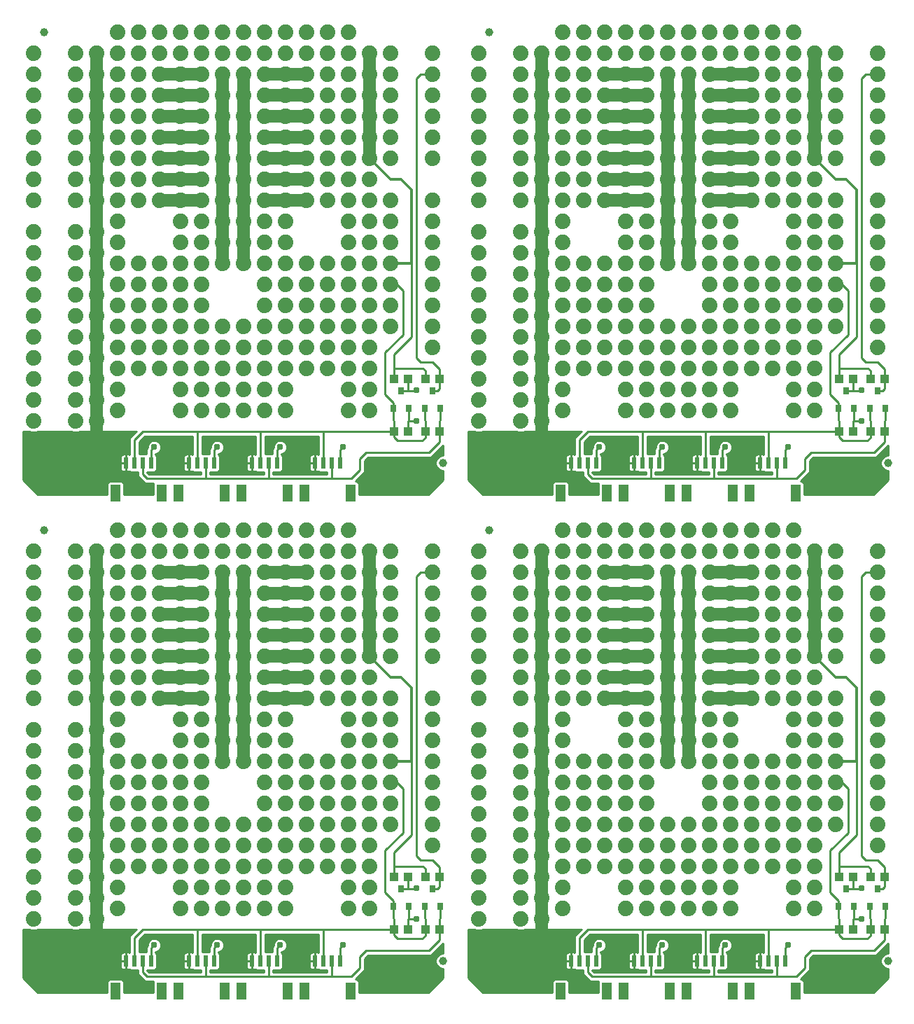
<source format=gtl>
G75*
%MOIN*%
%OFA0B0*%
%FSLAX25Y25*%
%IPPOS*%
%LPD*%
%AMOC8*
5,1,8,0,0,1.08239X$1,22.5*
%
%ADD10C,0.07400*%
%ADD11R,0.03150X0.03543*%
%ADD12R,0.04331X0.03937*%
%ADD13C,0.03937*%
%ADD14R,0.04724X0.07874*%
%ADD15R,0.02362X0.05315*%
%ADD16C,0.01000*%
%ADD17C,0.03100*%
%ADD18C,0.06000*%
%ADD19C,0.01200*%
D10*
X0100355Y0102524D03*
X0100355Y0112524D03*
X0100355Y0122524D03*
X0100355Y0132524D03*
X0100355Y0142524D03*
X0100355Y0152524D03*
X0100355Y0162524D03*
X0100355Y0172524D03*
X0100355Y0182524D03*
X0100355Y0192524D03*
X0100355Y0207524D03*
X0100355Y0217524D03*
X0100355Y0227524D03*
X0100355Y0237524D03*
X0100355Y0247524D03*
X0100355Y0257524D03*
X0100355Y0267524D03*
X0100355Y0277524D03*
X0120355Y0277524D03*
X0130355Y0277524D03*
X0130355Y0267524D03*
X0120355Y0267524D03*
X0120355Y0257524D03*
X0130355Y0257524D03*
X0130355Y0247524D03*
X0120355Y0247524D03*
X0120355Y0237524D03*
X0130355Y0237524D03*
X0130355Y0227524D03*
X0120355Y0227524D03*
X0120355Y0217524D03*
X0120355Y0207524D03*
X0130355Y0207524D03*
X0130355Y0217524D03*
X0140355Y0217524D03*
X0140355Y0207524D03*
X0140355Y0197524D03*
X0140355Y0187524D03*
X0140355Y0177524D03*
X0140355Y0167524D03*
X0140355Y0157524D03*
X0140355Y0147524D03*
X0140355Y0137524D03*
X0140355Y0127524D03*
X0140355Y0117524D03*
X0140355Y0107524D03*
X0130355Y0112524D03*
X0120355Y0112524D03*
X0120355Y0122524D03*
X0130355Y0122524D03*
X0130355Y0132524D03*
X0120355Y0132524D03*
X0120355Y0142524D03*
X0120355Y0152524D03*
X0130355Y0152524D03*
X0130355Y0142524D03*
X0130355Y0162524D03*
X0120355Y0162524D03*
X0120355Y0172524D03*
X0120355Y0182524D03*
X0130355Y0182524D03*
X0130355Y0172524D03*
X0130355Y0192524D03*
X0120355Y0192524D03*
X0150355Y0207524D03*
X0150355Y0217524D03*
X0150355Y0227524D03*
X0140355Y0227524D03*
X0140355Y0237524D03*
X0140355Y0247524D03*
X0140355Y0257524D03*
X0140355Y0267524D03*
X0140355Y0277524D03*
X0140355Y0287524D03*
X0150355Y0287524D03*
X0150355Y0277524D03*
X0150355Y0267524D03*
X0150355Y0257524D03*
X0150355Y0247524D03*
X0150355Y0237524D03*
X0160355Y0237524D03*
X0160355Y0247524D03*
X0160355Y0257524D03*
X0160355Y0267524D03*
X0160355Y0277524D03*
X0160355Y0287524D03*
X0170355Y0287524D03*
X0170355Y0277524D03*
X0170355Y0267524D03*
X0170355Y0257524D03*
X0170355Y0247524D03*
X0170355Y0237524D03*
X0170355Y0227524D03*
X0160355Y0227524D03*
X0160355Y0217524D03*
X0160355Y0207524D03*
X0170355Y0207524D03*
X0170355Y0217524D03*
X0180355Y0217524D03*
X0180355Y0207524D03*
X0180355Y0197524D03*
X0170355Y0197524D03*
X0170355Y0187524D03*
X0170355Y0177524D03*
X0160355Y0177524D03*
X0150355Y0177524D03*
X0150355Y0167524D03*
X0150355Y0157524D03*
X0150355Y0147524D03*
X0150355Y0137524D03*
X0150355Y0127524D03*
X0160355Y0127524D03*
X0160355Y0137524D03*
X0160355Y0147524D03*
X0160355Y0157524D03*
X0160355Y0167524D03*
X0170355Y0167524D03*
X0170355Y0157524D03*
X0170355Y0147524D03*
X0170355Y0137524D03*
X0170355Y0127524D03*
X0170355Y0117524D03*
X0170355Y0107524D03*
X0180355Y0107524D03*
X0180355Y0117524D03*
X0180355Y0127524D03*
X0180355Y0137524D03*
X0180355Y0147524D03*
X0180355Y0157524D03*
X0180355Y0167524D03*
X0180355Y0177524D03*
X0180355Y0187524D03*
X0190355Y0187524D03*
X0190355Y0177524D03*
X0200355Y0177524D03*
X0200355Y0187524D03*
X0200355Y0197524D03*
X0190355Y0197524D03*
X0190355Y0207524D03*
X0190355Y0217524D03*
X0200355Y0217524D03*
X0200355Y0207524D03*
X0210355Y0207524D03*
X0210355Y0217524D03*
X0210355Y0227524D03*
X0200355Y0227524D03*
X0190355Y0227524D03*
X0180355Y0227524D03*
X0180355Y0237524D03*
X0180355Y0247524D03*
X0180355Y0257524D03*
X0180355Y0267524D03*
X0180355Y0277524D03*
X0180355Y0287524D03*
X0190355Y0287524D03*
X0190355Y0277524D03*
X0200355Y0277524D03*
X0200355Y0287524D03*
X0210355Y0287524D03*
X0210355Y0277524D03*
X0210355Y0267524D03*
X0200355Y0267524D03*
X0190355Y0267524D03*
X0190355Y0257524D03*
X0200355Y0257524D03*
X0200355Y0247524D03*
X0190355Y0247524D03*
X0190355Y0237524D03*
X0200355Y0237524D03*
X0210355Y0237524D03*
X0210355Y0247524D03*
X0210355Y0257524D03*
X0220355Y0257524D03*
X0220355Y0267524D03*
X0220355Y0277524D03*
X0220355Y0287524D03*
X0230355Y0287524D03*
X0230355Y0277524D03*
X0230355Y0267524D03*
X0230355Y0257524D03*
X0230355Y0247524D03*
X0230355Y0237524D03*
X0220355Y0237524D03*
X0220355Y0247524D03*
X0220355Y0227524D03*
X0220355Y0217524D03*
X0220355Y0207524D03*
X0220355Y0197524D03*
X0210355Y0197524D03*
X0210355Y0187524D03*
X0210355Y0177524D03*
X0210355Y0167524D03*
X0210355Y0157524D03*
X0210355Y0147524D03*
X0200355Y0147524D03*
X0190355Y0147524D03*
X0190355Y0137524D03*
X0200355Y0137524D03*
X0200355Y0127524D03*
X0190355Y0127524D03*
X0190355Y0117524D03*
X0190355Y0107524D03*
X0200355Y0107524D03*
X0200355Y0117524D03*
X0210355Y0117524D03*
X0210355Y0107524D03*
X0220355Y0107524D03*
X0220355Y0117524D03*
X0220355Y0127524D03*
X0210355Y0127524D03*
X0210355Y0137524D03*
X0220355Y0137524D03*
X0220355Y0147524D03*
X0220355Y0157524D03*
X0220355Y0167524D03*
X0220355Y0177524D03*
X0220355Y0187524D03*
X0230355Y0177524D03*
X0230355Y0167524D03*
X0230355Y0157524D03*
X0230355Y0147524D03*
X0230355Y0137524D03*
X0230355Y0127524D03*
X0240355Y0127524D03*
X0240355Y0137524D03*
X0240355Y0147524D03*
X0240355Y0157524D03*
X0240355Y0167524D03*
X0240355Y0177524D03*
X0250355Y0177524D03*
X0250355Y0187524D03*
X0260355Y0187524D03*
X0260355Y0177524D03*
X0260355Y0167524D03*
X0250355Y0167524D03*
X0250355Y0157524D03*
X0250355Y0147524D03*
X0260355Y0147524D03*
X0260355Y0157524D03*
X0270355Y0157524D03*
X0270355Y0147524D03*
X0260355Y0137524D03*
X0250355Y0137524D03*
X0250355Y0127524D03*
X0260355Y0127524D03*
X0260355Y0117524D03*
X0250355Y0117524D03*
X0250355Y0107524D03*
X0260355Y0107524D03*
X0290355Y0137524D03*
X0290355Y0147524D03*
X0290355Y0157524D03*
X0290355Y0167524D03*
X0290355Y0177524D03*
X0290355Y0187524D03*
X0290355Y0197524D03*
X0290355Y0207524D03*
X0290355Y0227524D03*
X0290355Y0237524D03*
X0290355Y0247524D03*
X0290355Y0257524D03*
X0290355Y0267524D03*
X0290355Y0277524D03*
X0270355Y0277524D03*
X0260355Y0277524D03*
X0250355Y0277524D03*
X0250355Y0287524D03*
X0240355Y0287524D03*
X0240355Y0277524D03*
X0240355Y0267524D03*
X0240355Y0257524D03*
X0240355Y0247524D03*
X0240355Y0237524D03*
X0240355Y0227524D03*
X0230355Y0227524D03*
X0230355Y0217524D03*
X0230355Y0207524D03*
X0240355Y0207524D03*
X0240355Y0217524D03*
X0250355Y0217524D03*
X0250355Y0207524D03*
X0260355Y0207524D03*
X0260355Y0217524D03*
X0260355Y0227524D03*
X0250355Y0227524D03*
X0250355Y0237524D03*
X0250355Y0247524D03*
X0260355Y0247524D03*
X0260355Y0237524D03*
X0270355Y0237524D03*
X0270355Y0247524D03*
X0270355Y0257524D03*
X0260355Y0257524D03*
X0250355Y0257524D03*
X0250355Y0267524D03*
X0260355Y0267524D03*
X0270355Y0267524D03*
X0270355Y0227524D03*
X0270355Y0207524D03*
X0270355Y0197524D03*
X0260355Y0197524D03*
X0250355Y0197524D03*
X0270355Y0187524D03*
X0270355Y0177524D03*
X0270355Y0167524D03*
X0312355Y0172524D03*
X0312355Y0182524D03*
X0312355Y0192524D03*
X0312355Y0207524D03*
X0312355Y0217524D03*
X0312355Y0227524D03*
X0312355Y0237524D03*
X0312355Y0247524D03*
X0312355Y0257524D03*
X0312355Y0267524D03*
X0312355Y0277524D03*
X0332355Y0277524D03*
X0342355Y0277524D03*
X0342355Y0267524D03*
X0332355Y0267524D03*
X0332355Y0257524D03*
X0342355Y0257524D03*
X0342355Y0247524D03*
X0332355Y0247524D03*
X0332355Y0237524D03*
X0342355Y0237524D03*
X0342355Y0227524D03*
X0332355Y0227524D03*
X0332355Y0217524D03*
X0332355Y0207524D03*
X0342355Y0207524D03*
X0342355Y0217524D03*
X0352355Y0217524D03*
X0352355Y0207524D03*
X0352355Y0197524D03*
X0352355Y0187524D03*
X0352355Y0177524D03*
X0352355Y0167524D03*
X0352355Y0157524D03*
X0352355Y0147524D03*
X0352355Y0137524D03*
X0352355Y0127524D03*
X0352355Y0117524D03*
X0352355Y0107524D03*
X0342355Y0112524D03*
X0332355Y0112524D03*
X0332355Y0122524D03*
X0342355Y0122524D03*
X0342355Y0132524D03*
X0332355Y0132524D03*
X0332355Y0142524D03*
X0332355Y0152524D03*
X0342355Y0152524D03*
X0342355Y0142524D03*
X0342355Y0162524D03*
X0332355Y0162524D03*
X0332355Y0172524D03*
X0332355Y0182524D03*
X0342355Y0182524D03*
X0342355Y0172524D03*
X0342355Y0192524D03*
X0332355Y0192524D03*
X0362355Y0207524D03*
X0362355Y0217524D03*
X0362355Y0227524D03*
X0352355Y0227524D03*
X0352355Y0237524D03*
X0352355Y0247524D03*
X0352355Y0257524D03*
X0352355Y0267524D03*
X0352355Y0277524D03*
X0352355Y0287524D03*
X0362355Y0287524D03*
X0362355Y0277524D03*
X0362355Y0267524D03*
X0362355Y0257524D03*
X0362355Y0247524D03*
X0362355Y0237524D03*
X0372355Y0237524D03*
X0372355Y0247524D03*
X0372355Y0257524D03*
X0372355Y0267524D03*
X0372355Y0277524D03*
X0372355Y0287524D03*
X0382355Y0287524D03*
X0382355Y0277524D03*
X0382355Y0267524D03*
X0382355Y0257524D03*
X0382355Y0247524D03*
X0382355Y0237524D03*
X0382355Y0227524D03*
X0372355Y0227524D03*
X0372355Y0217524D03*
X0372355Y0207524D03*
X0382355Y0207524D03*
X0382355Y0217524D03*
X0392355Y0217524D03*
X0392355Y0207524D03*
X0402355Y0207524D03*
X0402355Y0217524D03*
X0402355Y0227524D03*
X0392355Y0227524D03*
X0392355Y0237524D03*
X0392355Y0247524D03*
X0402355Y0247524D03*
X0402355Y0237524D03*
X0412355Y0237524D03*
X0412355Y0247524D03*
X0412355Y0257524D03*
X0402355Y0257524D03*
X0392355Y0257524D03*
X0392355Y0267524D03*
X0402355Y0267524D03*
X0402355Y0277524D03*
X0392355Y0277524D03*
X0392355Y0287524D03*
X0402355Y0287524D03*
X0412355Y0287524D03*
X0412355Y0277524D03*
X0412355Y0267524D03*
X0422355Y0267524D03*
X0422355Y0277524D03*
X0422355Y0287524D03*
X0432355Y0287524D03*
X0432355Y0277524D03*
X0432355Y0267524D03*
X0432355Y0257524D03*
X0422355Y0257524D03*
X0422355Y0247524D03*
X0422355Y0237524D03*
X0422355Y0227524D03*
X0412355Y0227524D03*
X0412355Y0217524D03*
X0412355Y0207524D03*
X0412355Y0197524D03*
X0402355Y0197524D03*
X0392355Y0197524D03*
X0382355Y0197524D03*
X0382355Y0187524D03*
X0382355Y0177524D03*
X0372355Y0177524D03*
X0362355Y0177524D03*
X0362355Y0167524D03*
X0362355Y0157524D03*
X0362355Y0147524D03*
X0362355Y0137524D03*
X0362355Y0127524D03*
X0372355Y0127524D03*
X0372355Y0137524D03*
X0372355Y0147524D03*
X0372355Y0157524D03*
X0372355Y0167524D03*
X0382355Y0167524D03*
X0382355Y0157524D03*
X0382355Y0147524D03*
X0382355Y0137524D03*
X0382355Y0127524D03*
X0382355Y0117524D03*
X0382355Y0107524D03*
X0392355Y0107524D03*
X0392355Y0117524D03*
X0402355Y0117524D03*
X0402355Y0107524D03*
X0412355Y0107524D03*
X0412355Y0117524D03*
X0412355Y0127524D03*
X0402355Y0127524D03*
X0392355Y0127524D03*
X0392355Y0137524D03*
X0402355Y0137524D03*
X0402355Y0147524D03*
X0392355Y0147524D03*
X0392355Y0157524D03*
X0392355Y0167524D03*
X0392355Y0177524D03*
X0392355Y0187524D03*
X0402355Y0187524D03*
X0402355Y0177524D03*
X0412355Y0177524D03*
X0412355Y0187524D03*
X0422355Y0187524D03*
X0422355Y0177524D03*
X0422355Y0167524D03*
X0422355Y0157524D03*
X0422355Y0147524D03*
X0412355Y0147524D03*
X0412355Y0137524D03*
X0422355Y0137524D03*
X0422355Y0127524D03*
X0422355Y0117524D03*
X0422355Y0107524D03*
X0432355Y0107524D03*
X0432355Y0117524D03*
X0432355Y0127524D03*
X0432355Y0137524D03*
X0432355Y0147524D03*
X0432355Y0157524D03*
X0432355Y0167524D03*
X0432355Y0177524D03*
X0432355Y0187524D03*
X0432355Y0197524D03*
X0422355Y0197524D03*
X0422355Y0207524D03*
X0422355Y0217524D03*
X0432355Y0217524D03*
X0432355Y0207524D03*
X0442355Y0207524D03*
X0442355Y0217524D03*
X0442355Y0227524D03*
X0432355Y0227524D03*
X0432355Y0237524D03*
X0432355Y0247524D03*
X0442355Y0247524D03*
X0442355Y0237524D03*
X0452355Y0237524D03*
X0452355Y0247524D03*
X0452355Y0257524D03*
X0442355Y0257524D03*
X0442355Y0267524D03*
X0442355Y0277524D03*
X0442355Y0287524D03*
X0452355Y0287524D03*
X0452355Y0277524D03*
X0452355Y0267524D03*
X0462355Y0267524D03*
X0472355Y0267524D03*
X0472355Y0277524D03*
X0462355Y0277524D03*
X0462355Y0287524D03*
X0482355Y0277524D03*
X0482355Y0267524D03*
X0482355Y0257524D03*
X0472355Y0257524D03*
X0462355Y0257524D03*
X0462355Y0247524D03*
X0462355Y0237524D03*
X0472355Y0237524D03*
X0472355Y0247524D03*
X0482355Y0247524D03*
X0482355Y0237524D03*
X0482355Y0227524D03*
X0472355Y0227524D03*
X0462355Y0227524D03*
X0452355Y0227524D03*
X0452355Y0217524D03*
X0452355Y0207524D03*
X0462355Y0207524D03*
X0462355Y0217524D03*
X0472355Y0217524D03*
X0472355Y0207524D03*
X0472355Y0197524D03*
X0462355Y0197524D03*
X0462355Y0187524D03*
X0462355Y0177524D03*
X0472355Y0177524D03*
X0472355Y0187524D03*
X0482355Y0187524D03*
X0482355Y0177524D03*
X0482355Y0167524D03*
X0472355Y0167524D03*
X0462355Y0167524D03*
X0452355Y0167524D03*
X0442355Y0167524D03*
X0442355Y0177524D03*
X0452355Y0177524D03*
X0452355Y0157524D03*
X0452355Y0147524D03*
X0442355Y0147524D03*
X0442355Y0157524D03*
X0442355Y0137524D03*
X0442355Y0127524D03*
X0452355Y0127524D03*
X0452355Y0137524D03*
X0462355Y0137524D03*
X0472355Y0137524D03*
X0472355Y0147524D03*
X0462355Y0147524D03*
X0462355Y0157524D03*
X0472355Y0157524D03*
X0482355Y0157524D03*
X0482355Y0147524D03*
X0502355Y0147524D03*
X0502355Y0157524D03*
X0502355Y0167524D03*
X0502355Y0177524D03*
X0502355Y0187524D03*
X0502355Y0197524D03*
X0502355Y0207524D03*
X0502355Y0227524D03*
X0502355Y0237524D03*
X0502355Y0247524D03*
X0502355Y0257524D03*
X0502355Y0267524D03*
X0502355Y0277524D03*
X0472355Y0344524D03*
X0462355Y0344524D03*
X0462355Y0354524D03*
X0462355Y0364524D03*
X0472355Y0364524D03*
X0472355Y0354524D03*
X0472355Y0374524D03*
X0462355Y0374524D03*
X0452355Y0374524D03*
X0442355Y0374524D03*
X0432355Y0374524D03*
X0422355Y0374524D03*
X0412355Y0374524D03*
X0402355Y0374524D03*
X0392355Y0374524D03*
X0382355Y0374524D03*
X0372355Y0374524D03*
X0362355Y0374524D03*
X0352355Y0374524D03*
X0352355Y0384524D03*
X0352355Y0394524D03*
X0352355Y0404524D03*
X0352355Y0414524D03*
X0352355Y0424524D03*
X0352355Y0434524D03*
X0352355Y0444524D03*
X0342355Y0444524D03*
X0332355Y0444524D03*
X0332355Y0454524D03*
X0332355Y0464524D03*
X0342355Y0464524D03*
X0342355Y0454524D03*
X0352355Y0454524D03*
X0352355Y0464524D03*
X0352355Y0474524D03*
X0342355Y0474524D03*
X0332355Y0474524D03*
X0332355Y0484524D03*
X0332355Y0494524D03*
X0342355Y0494524D03*
X0342355Y0484524D03*
X0352355Y0484524D03*
X0352355Y0494524D03*
X0352355Y0504524D03*
X0342355Y0504524D03*
X0332355Y0504524D03*
X0332355Y0514524D03*
X0342355Y0514524D03*
X0352355Y0514524D03*
X0352355Y0524524D03*
X0362355Y0524524D03*
X0362355Y0514524D03*
X0362355Y0504524D03*
X0362355Y0494524D03*
X0362355Y0484524D03*
X0362355Y0474524D03*
X0362355Y0464524D03*
X0362355Y0454524D03*
X0362355Y0444524D03*
X0372355Y0444524D03*
X0372355Y0454524D03*
X0372355Y0464524D03*
X0372355Y0474524D03*
X0372355Y0484524D03*
X0372355Y0494524D03*
X0372355Y0504524D03*
X0372355Y0514524D03*
X0372355Y0524524D03*
X0382355Y0524524D03*
X0382355Y0514524D03*
X0382355Y0504524D03*
X0382355Y0494524D03*
X0382355Y0484524D03*
X0382355Y0474524D03*
X0382355Y0464524D03*
X0382355Y0454524D03*
X0382355Y0444524D03*
X0382355Y0434524D03*
X0382355Y0424524D03*
X0382355Y0414524D03*
X0372355Y0414524D03*
X0362355Y0414524D03*
X0362355Y0404524D03*
X0362355Y0394524D03*
X0362355Y0384524D03*
X0372355Y0384524D03*
X0372355Y0394524D03*
X0372355Y0404524D03*
X0382355Y0404524D03*
X0382355Y0394524D03*
X0382355Y0384524D03*
X0392355Y0384524D03*
X0392355Y0394524D03*
X0402355Y0384524D03*
X0412355Y0384524D03*
X0422355Y0384524D03*
X0422355Y0394524D03*
X0422355Y0404524D03*
X0422355Y0414524D03*
X0422355Y0424524D03*
X0412355Y0424524D03*
X0412355Y0414524D03*
X0402355Y0414524D03*
X0392355Y0414524D03*
X0392355Y0424524D03*
X0402355Y0424524D03*
X0402355Y0434524D03*
X0392355Y0434524D03*
X0392355Y0444524D03*
X0402355Y0444524D03*
X0402355Y0454524D03*
X0392355Y0454524D03*
X0392355Y0464524D03*
X0402355Y0464524D03*
X0402355Y0474524D03*
X0392355Y0474524D03*
X0392355Y0484524D03*
X0392355Y0494524D03*
X0402355Y0494524D03*
X0402355Y0484524D03*
X0412355Y0484524D03*
X0412355Y0494524D03*
X0412355Y0504524D03*
X0402355Y0504524D03*
X0392355Y0504524D03*
X0392355Y0514524D03*
X0392355Y0524524D03*
X0402355Y0524524D03*
X0402355Y0514524D03*
X0412355Y0514524D03*
X0412355Y0524524D03*
X0422355Y0524524D03*
X0422355Y0514524D03*
X0422355Y0504524D03*
X0422355Y0494524D03*
X0422355Y0484524D03*
X0422355Y0474524D03*
X0412355Y0474524D03*
X0412355Y0464524D03*
X0412355Y0454524D03*
X0412355Y0444524D03*
X0412355Y0434524D03*
X0422355Y0434524D03*
X0422355Y0444524D03*
X0422355Y0454524D03*
X0422355Y0464524D03*
X0432355Y0464524D03*
X0432355Y0454524D03*
X0432355Y0444524D03*
X0432355Y0434524D03*
X0432355Y0424524D03*
X0432355Y0414524D03*
X0432355Y0404524D03*
X0432355Y0394524D03*
X0432355Y0384524D03*
X0442355Y0384524D03*
X0442355Y0394524D03*
X0442355Y0404524D03*
X0442355Y0414524D03*
X0452355Y0414524D03*
X0452355Y0404524D03*
X0452355Y0394524D03*
X0452355Y0384524D03*
X0462355Y0384524D03*
X0462355Y0394524D03*
X0472355Y0394524D03*
X0472355Y0384524D03*
X0482355Y0384524D03*
X0482355Y0394524D03*
X0482355Y0404524D03*
X0472355Y0404524D03*
X0462355Y0404524D03*
X0462355Y0414524D03*
X0462355Y0424524D03*
X0472355Y0424524D03*
X0472355Y0414524D03*
X0482355Y0414524D03*
X0482355Y0424524D03*
X0482355Y0434524D03*
X0472355Y0434524D03*
X0462355Y0434524D03*
X0462355Y0444524D03*
X0472355Y0444524D03*
X0472355Y0454524D03*
X0462355Y0454524D03*
X0462355Y0464524D03*
X0472355Y0464524D03*
X0472355Y0474524D03*
X0462355Y0474524D03*
X0452355Y0474524D03*
X0442355Y0474524D03*
X0432355Y0474524D03*
X0432355Y0484524D03*
X0432355Y0494524D03*
X0432355Y0504524D03*
X0432355Y0514524D03*
X0432355Y0524524D03*
X0442355Y0524524D03*
X0442355Y0514524D03*
X0442355Y0504524D03*
X0442355Y0494524D03*
X0442355Y0484524D03*
X0452355Y0484524D03*
X0452355Y0494524D03*
X0452355Y0504524D03*
X0452355Y0514524D03*
X0452355Y0524524D03*
X0462355Y0524524D03*
X0462355Y0514524D03*
X0472355Y0514524D03*
X0472355Y0504524D03*
X0462355Y0504524D03*
X0462355Y0494524D03*
X0462355Y0484524D03*
X0472355Y0484524D03*
X0472355Y0494524D03*
X0482355Y0494524D03*
X0482355Y0484524D03*
X0482355Y0474524D03*
X0482355Y0464524D03*
X0482355Y0444524D03*
X0502355Y0444524D03*
X0502355Y0434524D03*
X0502355Y0424524D03*
X0502355Y0414524D03*
X0502355Y0404524D03*
X0502355Y0394524D03*
X0502355Y0384524D03*
X0502355Y0374524D03*
X0452355Y0364524D03*
X0442355Y0364524D03*
X0432355Y0364524D03*
X0432355Y0354524D03*
X0422355Y0354524D03*
X0422355Y0364524D03*
X0412355Y0364524D03*
X0412355Y0354524D03*
X0402355Y0354524D03*
X0392355Y0354524D03*
X0392355Y0364524D03*
X0402355Y0364524D03*
X0382355Y0364524D03*
X0382355Y0354524D03*
X0382355Y0344524D03*
X0392355Y0344524D03*
X0402355Y0344524D03*
X0412355Y0344524D03*
X0422355Y0344524D03*
X0432355Y0344524D03*
X0392355Y0404524D03*
X0372355Y0364524D03*
X0362355Y0364524D03*
X0352355Y0364524D03*
X0352355Y0354524D03*
X0352355Y0344524D03*
X0342355Y0349524D03*
X0332355Y0349524D03*
X0332355Y0359524D03*
X0342355Y0359524D03*
X0342355Y0369524D03*
X0332355Y0369524D03*
X0332355Y0379524D03*
X0342355Y0379524D03*
X0342355Y0389524D03*
X0332355Y0389524D03*
X0332355Y0399524D03*
X0342355Y0399524D03*
X0342355Y0409524D03*
X0332355Y0409524D03*
X0332355Y0419524D03*
X0332355Y0429524D03*
X0342355Y0429524D03*
X0342355Y0419524D03*
X0312355Y0419524D03*
X0312355Y0429524D03*
X0312355Y0444524D03*
X0312355Y0454524D03*
X0312355Y0464524D03*
X0312355Y0474524D03*
X0312355Y0484524D03*
X0312355Y0494524D03*
X0312355Y0504524D03*
X0312355Y0514524D03*
X0290355Y0514524D03*
X0290355Y0504524D03*
X0290355Y0494524D03*
X0290355Y0484524D03*
X0290355Y0474524D03*
X0290355Y0464524D03*
X0290355Y0444524D03*
X0290355Y0434524D03*
X0290355Y0424524D03*
X0290355Y0414524D03*
X0290355Y0404524D03*
X0290355Y0394524D03*
X0290355Y0384524D03*
X0290355Y0374524D03*
X0270355Y0384524D03*
X0270355Y0394524D03*
X0260355Y0394524D03*
X0250355Y0394524D03*
X0250355Y0384524D03*
X0260355Y0384524D03*
X0260355Y0374524D03*
X0250355Y0374524D03*
X0240355Y0374524D03*
X0230355Y0374524D03*
X0220355Y0374524D03*
X0210355Y0374524D03*
X0200355Y0374524D03*
X0190355Y0374524D03*
X0180355Y0374524D03*
X0170355Y0374524D03*
X0160355Y0374524D03*
X0150355Y0374524D03*
X0140355Y0374524D03*
X0140355Y0384524D03*
X0140355Y0394524D03*
X0140355Y0404524D03*
X0140355Y0414524D03*
X0140355Y0424524D03*
X0140355Y0434524D03*
X0140355Y0444524D03*
X0130355Y0444524D03*
X0120355Y0444524D03*
X0120355Y0454524D03*
X0120355Y0464524D03*
X0130355Y0464524D03*
X0130355Y0454524D03*
X0140355Y0454524D03*
X0140355Y0464524D03*
X0140355Y0474524D03*
X0130355Y0474524D03*
X0120355Y0474524D03*
X0120355Y0484524D03*
X0120355Y0494524D03*
X0130355Y0494524D03*
X0130355Y0484524D03*
X0140355Y0484524D03*
X0140355Y0494524D03*
X0140355Y0504524D03*
X0130355Y0504524D03*
X0120355Y0504524D03*
X0120355Y0514524D03*
X0130355Y0514524D03*
X0140355Y0514524D03*
X0140355Y0524524D03*
X0150355Y0524524D03*
X0150355Y0514524D03*
X0150355Y0504524D03*
X0150355Y0494524D03*
X0150355Y0484524D03*
X0150355Y0474524D03*
X0150355Y0464524D03*
X0150355Y0454524D03*
X0150355Y0444524D03*
X0160355Y0444524D03*
X0160355Y0454524D03*
X0160355Y0464524D03*
X0160355Y0474524D03*
X0160355Y0484524D03*
X0160355Y0494524D03*
X0160355Y0504524D03*
X0160355Y0514524D03*
X0160355Y0524524D03*
X0170355Y0524524D03*
X0170355Y0514524D03*
X0170355Y0504524D03*
X0170355Y0494524D03*
X0170355Y0484524D03*
X0170355Y0474524D03*
X0170355Y0464524D03*
X0170355Y0454524D03*
X0170355Y0444524D03*
X0170355Y0434524D03*
X0170355Y0424524D03*
X0170355Y0414524D03*
X0160355Y0414524D03*
X0150355Y0414524D03*
X0150355Y0404524D03*
X0150355Y0394524D03*
X0150355Y0384524D03*
X0160355Y0384524D03*
X0160355Y0394524D03*
X0160355Y0404524D03*
X0170355Y0404524D03*
X0170355Y0394524D03*
X0170355Y0384524D03*
X0180355Y0384524D03*
X0180355Y0394524D03*
X0180355Y0404524D03*
X0180355Y0414524D03*
X0180355Y0424524D03*
X0180355Y0434524D03*
X0180355Y0444524D03*
X0180355Y0454524D03*
X0180355Y0464524D03*
X0180355Y0474524D03*
X0180355Y0484524D03*
X0180355Y0494524D03*
X0180355Y0504524D03*
X0180355Y0514524D03*
X0180355Y0524524D03*
X0190355Y0524524D03*
X0190355Y0514524D03*
X0200355Y0514524D03*
X0200355Y0524524D03*
X0210355Y0524524D03*
X0210355Y0514524D03*
X0210355Y0504524D03*
X0200355Y0504524D03*
X0190355Y0504524D03*
X0190355Y0494524D03*
X0190355Y0484524D03*
X0200355Y0484524D03*
X0200355Y0494524D03*
X0210355Y0494524D03*
X0210355Y0484524D03*
X0210355Y0474524D03*
X0200355Y0474524D03*
X0190355Y0474524D03*
X0190355Y0464524D03*
X0190355Y0454524D03*
X0200355Y0454524D03*
X0200355Y0464524D03*
X0210355Y0464524D03*
X0210355Y0454524D03*
X0210355Y0444524D03*
X0200355Y0444524D03*
X0190355Y0444524D03*
X0190355Y0434524D03*
X0200355Y0434524D03*
X0200355Y0424524D03*
X0190355Y0424524D03*
X0190355Y0414524D03*
X0200355Y0414524D03*
X0210355Y0414524D03*
X0210355Y0424524D03*
X0210355Y0434524D03*
X0220355Y0434524D03*
X0220355Y0444524D03*
X0220355Y0454524D03*
X0220355Y0464524D03*
X0220355Y0474524D03*
X0220355Y0484524D03*
X0220355Y0494524D03*
X0220355Y0504524D03*
X0220355Y0514524D03*
X0220355Y0524524D03*
X0230355Y0524524D03*
X0230355Y0514524D03*
X0230355Y0504524D03*
X0230355Y0494524D03*
X0230355Y0484524D03*
X0230355Y0474524D03*
X0230355Y0464524D03*
X0230355Y0454524D03*
X0230355Y0444524D03*
X0240355Y0444524D03*
X0240355Y0454524D03*
X0240355Y0464524D03*
X0240355Y0474524D03*
X0240355Y0484524D03*
X0240355Y0494524D03*
X0240355Y0504524D03*
X0240355Y0514524D03*
X0240355Y0524524D03*
X0250355Y0524524D03*
X0250355Y0514524D03*
X0260355Y0514524D03*
X0260355Y0504524D03*
X0250355Y0504524D03*
X0250355Y0494524D03*
X0250355Y0484524D03*
X0260355Y0484524D03*
X0260355Y0494524D03*
X0270355Y0494524D03*
X0270355Y0484524D03*
X0270355Y0474524D03*
X0260355Y0474524D03*
X0250355Y0474524D03*
X0250355Y0464524D03*
X0250355Y0454524D03*
X0260355Y0454524D03*
X0260355Y0464524D03*
X0270355Y0464524D03*
X0270355Y0444524D03*
X0260355Y0444524D03*
X0250355Y0444524D03*
X0250355Y0434524D03*
X0260355Y0434524D03*
X0260355Y0424524D03*
X0250355Y0424524D03*
X0250355Y0414524D03*
X0260355Y0414524D03*
X0260355Y0404524D03*
X0250355Y0404524D03*
X0240355Y0404524D03*
X0230355Y0404524D03*
X0220355Y0404524D03*
X0210355Y0404524D03*
X0210355Y0394524D03*
X0210355Y0384524D03*
X0200355Y0384524D03*
X0190355Y0384524D03*
X0190355Y0364524D03*
X0190355Y0354524D03*
X0200355Y0354524D03*
X0200355Y0364524D03*
X0210355Y0364524D03*
X0210355Y0354524D03*
X0210355Y0344524D03*
X0200355Y0344524D03*
X0190355Y0344524D03*
X0180355Y0344524D03*
X0170355Y0344524D03*
X0170355Y0354524D03*
X0170355Y0364524D03*
X0160355Y0364524D03*
X0150355Y0364524D03*
X0140355Y0364524D03*
X0140355Y0354524D03*
X0140355Y0344524D03*
X0130355Y0349524D03*
X0120355Y0349524D03*
X0120355Y0359524D03*
X0130355Y0359524D03*
X0130355Y0369524D03*
X0120355Y0369524D03*
X0120355Y0379524D03*
X0130355Y0379524D03*
X0130355Y0389524D03*
X0120355Y0389524D03*
X0120355Y0399524D03*
X0130355Y0399524D03*
X0130355Y0409524D03*
X0120355Y0409524D03*
X0120355Y0419524D03*
X0120355Y0429524D03*
X0130355Y0429524D03*
X0130355Y0419524D03*
X0100355Y0419524D03*
X0100355Y0429524D03*
X0100355Y0444524D03*
X0100355Y0454524D03*
X0100355Y0464524D03*
X0100355Y0474524D03*
X0100355Y0484524D03*
X0100355Y0494524D03*
X0100355Y0504524D03*
X0100355Y0514524D03*
X0100355Y0409524D03*
X0100355Y0399524D03*
X0100355Y0389524D03*
X0100355Y0379524D03*
X0100355Y0369524D03*
X0100355Y0359524D03*
X0100355Y0349524D03*
X0100355Y0339524D03*
X0120355Y0339524D03*
X0130355Y0339524D03*
X0180355Y0354524D03*
X0180355Y0364524D03*
X0220355Y0364524D03*
X0220355Y0354524D03*
X0220355Y0344524D03*
X0230355Y0364524D03*
X0240355Y0364524D03*
X0250355Y0364524D03*
X0250355Y0354524D03*
X0260355Y0354524D03*
X0260355Y0364524D03*
X0260355Y0344524D03*
X0250355Y0344524D03*
X0240355Y0384524D03*
X0240355Y0394524D03*
X0230355Y0394524D03*
X0230355Y0384524D03*
X0220355Y0384524D03*
X0220355Y0394524D03*
X0220355Y0414524D03*
X0220355Y0424524D03*
X0230355Y0414524D03*
X0240355Y0414524D03*
X0270355Y0414524D03*
X0270355Y0424524D03*
X0270355Y0434524D03*
X0270355Y0404524D03*
X0312355Y0409524D03*
X0312355Y0399524D03*
X0312355Y0389524D03*
X0312355Y0379524D03*
X0312355Y0369524D03*
X0312355Y0359524D03*
X0312355Y0349524D03*
X0312355Y0339524D03*
X0332355Y0339524D03*
X0342355Y0339524D03*
X0442355Y0444524D03*
X0442355Y0454524D03*
X0442355Y0464524D03*
X0452355Y0464524D03*
X0452355Y0454524D03*
X0452355Y0444524D03*
X0502355Y0464524D03*
X0502355Y0474524D03*
X0502355Y0484524D03*
X0502355Y0494524D03*
X0502355Y0504524D03*
X0502355Y0514524D03*
X0482355Y0514524D03*
X0482355Y0504524D03*
X0270355Y0504524D03*
X0270355Y0514524D03*
X0482355Y0207524D03*
X0482355Y0197524D03*
X0502355Y0137524D03*
X0472355Y0127524D03*
X0462355Y0127524D03*
X0462355Y0117524D03*
X0462355Y0107524D03*
X0472355Y0107524D03*
X0472355Y0117524D03*
X0342355Y0102524D03*
X0332355Y0102524D03*
X0312355Y0102524D03*
X0312355Y0112524D03*
X0312355Y0122524D03*
X0312355Y0132524D03*
X0312355Y0142524D03*
X0312355Y0152524D03*
X0312355Y0162524D03*
X0130355Y0102524D03*
X0120355Y0102524D03*
D11*
X0271615Y0108587D03*
X0275355Y0116854D03*
X0279096Y0108587D03*
X0286615Y0108587D03*
X0290355Y0116854D03*
X0294096Y0108587D03*
X0483615Y0108587D03*
X0487355Y0116854D03*
X0491096Y0108587D03*
X0498615Y0108587D03*
X0502355Y0116854D03*
X0506096Y0108587D03*
X0506096Y0345587D03*
X0502355Y0353854D03*
X0498615Y0345587D03*
X0491096Y0345587D03*
X0487355Y0353854D03*
X0483615Y0345587D03*
X0294096Y0345587D03*
X0290355Y0353854D03*
X0286615Y0345587D03*
X0279096Y0345587D03*
X0275355Y0353854D03*
X0271615Y0345587D03*
D12*
X0272009Y0334524D03*
X0278702Y0334524D03*
X0287009Y0334524D03*
X0293702Y0334524D03*
X0293702Y0359524D03*
X0287009Y0359524D03*
X0278702Y0359524D03*
X0272009Y0359524D03*
X0484009Y0359524D03*
X0490702Y0359524D03*
X0499009Y0359524D03*
X0505702Y0359524D03*
X0505702Y0334524D03*
X0499009Y0334524D03*
X0490702Y0334524D03*
X0484009Y0334524D03*
X0484009Y0122524D03*
X0490702Y0122524D03*
X0499009Y0122524D03*
X0505702Y0122524D03*
X0505702Y0097524D03*
X0499009Y0097524D03*
X0490702Y0097524D03*
X0484009Y0097524D03*
X0293702Y0097524D03*
X0287009Y0097524D03*
X0278702Y0097524D03*
X0272009Y0097524D03*
X0272009Y0122524D03*
X0278702Y0122524D03*
X0287009Y0122524D03*
X0293702Y0122524D03*
D13*
X0295355Y0082524D03*
X0317355Y0287524D03*
X0295355Y0319524D03*
X0317355Y0524524D03*
X0507355Y0319524D03*
X0507355Y0082524D03*
X0105355Y0287524D03*
X0105355Y0524524D03*
D14*
X0139332Y0305055D03*
X0161379Y0305055D03*
X0169332Y0305055D03*
X0191379Y0305055D03*
X0199332Y0305055D03*
X0221379Y0305055D03*
X0229332Y0305055D03*
X0251379Y0305055D03*
X0351332Y0305055D03*
X0373379Y0305055D03*
X0381332Y0305055D03*
X0403379Y0305055D03*
X0411332Y0305055D03*
X0433379Y0305055D03*
X0441332Y0305055D03*
X0463379Y0305055D03*
X0463379Y0068055D03*
X0441332Y0068055D03*
X0433379Y0068055D03*
X0411332Y0068055D03*
X0403379Y0068055D03*
X0381332Y0068055D03*
X0373379Y0068055D03*
X0351332Y0068055D03*
X0251379Y0068055D03*
X0229332Y0068055D03*
X0221379Y0068055D03*
X0199332Y0068055D03*
X0191379Y0068055D03*
X0169332Y0068055D03*
X0161379Y0068055D03*
X0139332Y0068055D03*
D15*
X0144450Y0082524D03*
X0148387Y0082524D03*
X0152324Y0082524D03*
X0156261Y0082524D03*
X0174450Y0082524D03*
X0178387Y0082524D03*
X0182324Y0082524D03*
X0186261Y0082524D03*
X0204450Y0082524D03*
X0208387Y0082524D03*
X0212324Y0082524D03*
X0216261Y0082524D03*
X0234450Y0082524D03*
X0238387Y0082524D03*
X0242324Y0082524D03*
X0246261Y0082524D03*
X0356450Y0082524D03*
X0360387Y0082524D03*
X0364324Y0082524D03*
X0368261Y0082524D03*
X0386450Y0082524D03*
X0390387Y0082524D03*
X0394324Y0082524D03*
X0398261Y0082524D03*
X0416450Y0082524D03*
X0420387Y0082524D03*
X0424324Y0082524D03*
X0428261Y0082524D03*
X0446450Y0082524D03*
X0450387Y0082524D03*
X0454324Y0082524D03*
X0458261Y0082524D03*
X0458261Y0319524D03*
X0454324Y0319524D03*
X0450387Y0319524D03*
X0446450Y0319524D03*
X0428261Y0319524D03*
X0424324Y0319524D03*
X0420387Y0319524D03*
X0416450Y0319524D03*
X0398261Y0319524D03*
X0394324Y0319524D03*
X0390387Y0319524D03*
X0386450Y0319524D03*
X0368261Y0319524D03*
X0364324Y0319524D03*
X0360387Y0319524D03*
X0356450Y0319524D03*
X0246261Y0319524D03*
X0242324Y0319524D03*
X0238387Y0319524D03*
X0234450Y0319524D03*
X0216261Y0319524D03*
X0212324Y0319524D03*
X0208387Y0319524D03*
X0204450Y0319524D03*
X0186261Y0319524D03*
X0182324Y0319524D03*
X0178387Y0319524D03*
X0174450Y0319524D03*
X0156261Y0319524D03*
X0152324Y0319524D03*
X0148387Y0319524D03*
X0144450Y0319524D03*
D16*
X0095255Y0097524D02*
X0095255Y0074553D01*
X0102385Y0067424D01*
X0135270Y0067424D01*
X0135270Y0072696D01*
X0136265Y0073692D01*
X0142398Y0073692D01*
X0143394Y0072696D01*
X0143394Y0067424D01*
X0157317Y0067424D01*
X0157317Y0072696D01*
X0157444Y0072824D01*
X0153444Y0072824D01*
X0152155Y0074112D01*
X0150124Y0076144D01*
X0150124Y0078166D01*
X0146502Y0078166D01*
X0146202Y0078466D01*
X0145829Y0078366D01*
X0144541Y0078366D01*
X0144541Y0082433D01*
X0144359Y0082433D01*
X0141769Y0082433D01*
X0141769Y0079669D01*
X0141871Y0079287D01*
X0142069Y0078945D01*
X0142348Y0078666D01*
X0142690Y0078468D01*
X0143071Y0078366D01*
X0144359Y0078366D01*
X0144359Y0082433D01*
X0144359Y0082614D01*
X0141769Y0082614D01*
X0141769Y0085379D01*
X0141871Y0085760D01*
X0142069Y0086102D01*
X0142348Y0086381D01*
X0142690Y0086579D01*
X0143071Y0086681D01*
X0144359Y0086681D01*
X0144359Y0082614D01*
X0144541Y0082614D01*
X0144541Y0086681D01*
X0145829Y0086681D01*
X0146187Y0086585D01*
X0146187Y0094466D01*
X0147476Y0095755D01*
X0149244Y0097524D01*
X0122395Y0097524D01*
X0121430Y0097124D01*
X0119281Y0097124D01*
X0118316Y0097524D01*
X0102395Y0097524D01*
X0101430Y0097124D01*
X0099281Y0097124D01*
X0098316Y0097524D01*
X0095255Y0097524D01*
X0095255Y0097472D02*
X0098441Y0097472D01*
X0095255Y0096473D02*
X0148194Y0096473D01*
X0149192Y0097472D02*
X0122269Y0097472D01*
X0118441Y0097472D02*
X0102269Y0097472D01*
X0095255Y0095474D02*
X0147195Y0095474D01*
X0146197Y0094476D02*
X0095255Y0094476D01*
X0095255Y0093477D02*
X0146187Y0093477D01*
X0146187Y0092479D02*
X0095255Y0092479D01*
X0095255Y0091480D02*
X0146187Y0091480D01*
X0146187Y0090482D02*
X0095255Y0090482D01*
X0095255Y0089483D02*
X0146187Y0089483D01*
X0146187Y0088485D02*
X0095255Y0088485D01*
X0095255Y0087486D02*
X0146187Y0087486D01*
X0144541Y0086488D02*
X0144359Y0086488D01*
X0144359Y0085489D02*
X0144541Y0085489D01*
X0144541Y0084491D02*
X0144359Y0084491D01*
X0144359Y0083492D02*
X0144541Y0083492D01*
X0144359Y0082494D02*
X0095255Y0082494D01*
X0095255Y0083492D02*
X0141769Y0083492D01*
X0141769Y0084491D02*
X0095255Y0084491D01*
X0095255Y0085489D02*
X0141799Y0085489D01*
X0142532Y0086488D02*
X0095255Y0086488D01*
X0095255Y0081495D02*
X0141769Y0081495D01*
X0141769Y0080497D02*
X0095255Y0080497D01*
X0095255Y0079498D02*
X0141814Y0079498D01*
X0142635Y0078500D02*
X0095255Y0078500D01*
X0095255Y0077501D02*
X0150124Y0077501D01*
X0150124Y0076503D02*
X0095255Y0076503D01*
X0095255Y0075504D02*
X0150764Y0075504D01*
X0151762Y0074506D02*
X0095303Y0074506D01*
X0096301Y0073507D02*
X0136081Y0073507D01*
X0135270Y0072509D02*
X0097300Y0072509D01*
X0098298Y0071510D02*
X0135270Y0071510D01*
X0135270Y0070512D02*
X0099297Y0070512D01*
X0100296Y0069513D02*
X0135270Y0069513D01*
X0135270Y0068515D02*
X0101294Y0068515D01*
X0102293Y0067516D02*
X0135270Y0067516D01*
X0143394Y0067516D02*
X0157317Y0067516D01*
X0157317Y0068515D02*
X0143394Y0068515D01*
X0143394Y0069513D02*
X0157317Y0069513D01*
X0157317Y0070512D02*
X0143394Y0070512D01*
X0143394Y0071510D02*
X0157317Y0071510D01*
X0157317Y0072509D02*
X0143394Y0072509D01*
X0142583Y0073507D02*
X0152761Y0073507D01*
X0154355Y0075024D02*
X0182355Y0075024D01*
X0182324Y0075055D01*
X0182324Y0082524D01*
X0186261Y0082524D02*
X0186261Y0088429D01*
X0187855Y0090024D01*
X0184605Y0089885D02*
X0184061Y0089340D01*
X0184061Y0086881D01*
X0180587Y0086881D01*
X0180587Y0095324D01*
X0206187Y0095324D01*
X0206187Y0086585D01*
X0205829Y0086681D01*
X0204541Y0086681D01*
X0204541Y0082614D01*
X0204359Y0082614D01*
X0204359Y0082433D01*
X0201769Y0082433D01*
X0201769Y0079669D01*
X0201871Y0079287D01*
X0202069Y0078945D01*
X0202348Y0078666D01*
X0202690Y0078468D01*
X0203071Y0078366D01*
X0204359Y0078366D01*
X0204359Y0082433D01*
X0204541Y0082433D01*
X0204541Y0078366D01*
X0205829Y0078366D01*
X0206202Y0078466D01*
X0206502Y0078166D01*
X0210124Y0078166D01*
X0210124Y0077224D01*
X0184524Y0077224D01*
X0184524Y0078166D01*
X0188146Y0078166D01*
X0189142Y0079162D01*
X0189142Y0085885D01*
X0188461Y0086566D01*
X0188461Y0086774D01*
X0188502Y0086774D01*
X0189696Y0087268D01*
X0190611Y0088183D01*
X0191105Y0089377D01*
X0191105Y0090670D01*
X0190611Y0091865D01*
X0189696Y0092779D01*
X0188502Y0093274D01*
X0187209Y0093274D01*
X0186014Y0092779D01*
X0185100Y0091865D01*
X0184605Y0090670D01*
X0184605Y0089885D01*
X0184204Y0089483D02*
X0180587Y0089483D01*
X0180587Y0088485D02*
X0184061Y0088485D01*
X0184061Y0087486D02*
X0180587Y0087486D01*
X0180587Y0090482D02*
X0184605Y0090482D01*
X0184941Y0091480D02*
X0180587Y0091480D01*
X0180587Y0092479D02*
X0185715Y0092479D01*
X0189996Y0092479D02*
X0206187Y0092479D01*
X0206187Y0093477D02*
X0180587Y0093477D01*
X0180587Y0094476D02*
X0206187Y0094476D01*
X0206187Y0091480D02*
X0190770Y0091480D01*
X0191105Y0090482D02*
X0206187Y0090482D01*
X0206187Y0089483D02*
X0191105Y0089483D01*
X0190736Y0088485D02*
X0206187Y0088485D01*
X0206187Y0087486D02*
X0189914Y0087486D01*
X0188539Y0086488D02*
X0202532Y0086488D01*
X0202690Y0086579D02*
X0202348Y0086381D01*
X0202069Y0086102D01*
X0201871Y0085760D01*
X0201769Y0085379D01*
X0201769Y0082614D01*
X0204359Y0082614D01*
X0204359Y0086681D01*
X0203071Y0086681D01*
X0202690Y0086579D01*
X0201799Y0085489D02*
X0189142Y0085489D01*
X0189142Y0084491D02*
X0201769Y0084491D01*
X0201769Y0083492D02*
X0189142Y0083492D01*
X0189142Y0082494D02*
X0204359Y0082494D01*
X0204359Y0083492D02*
X0204541Y0083492D01*
X0204541Y0084491D02*
X0204359Y0084491D01*
X0204359Y0085489D02*
X0204541Y0085489D01*
X0204541Y0086488D02*
X0204359Y0086488D01*
X0204359Y0081495D02*
X0204541Y0081495D01*
X0204541Y0080497D02*
X0204359Y0080497D01*
X0204359Y0079498D02*
X0204541Y0079498D01*
X0204541Y0078500D02*
X0204359Y0078500D01*
X0202635Y0078500D02*
X0188480Y0078500D01*
X0189142Y0079498D02*
X0201814Y0079498D01*
X0201769Y0080497D02*
X0189142Y0080497D01*
X0189142Y0081495D02*
X0201769Y0081495D01*
X0208387Y0082524D02*
X0208387Y0097492D01*
X0208355Y0097524D01*
X0178355Y0097524D01*
X0178387Y0097492D01*
X0178387Y0082524D01*
X0174541Y0082614D02*
X0174359Y0082614D01*
X0174359Y0082433D01*
X0171769Y0082433D01*
X0171769Y0079669D01*
X0171871Y0079287D01*
X0172069Y0078945D01*
X0172348Y0078666D01*
X0172690Y0078468D01*
X0173071Y0078366D01*
X0174359Y0078366D01*
X0174359Y0082433D01*
X0174541Y0082433D01*
X0174541Y0078366D01*
X0175829Y0078366D01*
X0176202Y0078466D01*
X0176502Y0078166D01*
X0180124Y0078166D01*
X0180124Y0077224D01*
X0155267Y0077224D01*
X0154524Y0077966D01*
X0154524Y0078166D01*
X0158146Y0078166D01*
X0159142Y0079162D01*
X0159142Y0085885D01*
X0158461Y0086566D01*
X0158461Y0086774D01*
X0158502Y0086774D01*
X0159696Y0087268D01*
X0160611Y0088183D01*
X0161105Y0089377D01*
X0161105Y0090670D01*
X0160611Y0091865D01*
X0159696Y0092779D01*
X0158502Y0093274D01*
X0157209Y0093274D01*
X0156014Y0092779D01*
X0155100Y0091865D01*
X0154605Y0090670D01*
X0154605Y0089885D01*
X0154061Y0089340D01*
X0154061Y0086881D01*
X0150587Y0086881D01*
X0150587Y0092644D01*
X0153267Y0095324D01*
X0176187Y0095324D01*
X0176187Y0086585D01*
X0175829Y0086681D01*
X0174541Y0086681D01*
X0174541Y0082614D01*
X0174359Y0082614D02*
X0174359Y0086681D01*
X0173071Y0086681D01*
X0172690Y0086579D01*
X0172348Y0086381D01*
X0172069Y0086102D01*
X0171871Y0085760D01*
X0171769Y0085379D01*
X0171769Y0082614D01*
X0174359Y0082614D01*
X0174359Y0082494D02*
X0159142Y0082494D01*
X0159142Y0083492D02*
X0171769Y0083492D01*
X0171769Y0084491D02*
X0159142Y0084491D01*
X0159142Y0085489D02*
X0171799Y0085489D01*
X0172532Y0086488D02*
X0158539Y0086488D01*
X0159914Y0087486D02*
X0176187Y0087486D01*
X0176187Y0088485D02*
X0160736Y0088485D01*
X0161105Y0089483D02*
X0176187Y0089483D01*
X0176187Y0090482D02*
X0161105Y0090482D01*
X0160770Y0091480D02*
X0176187Y0091480D01*
X0176187Y0092479D02*
X0159996Y0092479D01*
X0157855Y0090024D02*
X0156261Y0088429D01*
X0156261Y0082524D01*
X0159142Y0081495D02*
X0171769Y0081495D01*
X0171769Y0080497D02*
X0159142Y0080497D01*
X0159142Y0079498D02*
X0171814Y0079498D01*
X0172635Y0078500D02*
X0158480Y0078500D01*
X0154989Y0077501D02*
X0180124Y0077501D01*
X0182355Y0075024D02*
X0212355Y0075024D01*
X0212324Y0075055D01*
X0212324Y0082524D01*
X0216261Y0082524D02*
X0216261Y0088429D01*
X0217855Y0090024D01*
X0214605Y0089885D02*
X0214061Y0089340D01*
X0214061Y0086881D01*
X0210587Y0086881D01*
X0210587Y0095324D01*
X0236187Y0095324D01*
X0236187Y0086585D01*
X0235829Y0086681D01*
X0234541Y0086681D01*
X0234541Y0082614D01*
X0234359Y0082614D01*
X0234359Y0082433D01*
X0231769Y0082433D01*
X0231769Y0079669D01*
X0231871Y0079287D01*
X0232069Y0078945D01*
X0232348Y0078666D01*
X0232690Y0078468D01*
X0233071Y0078366D01*
X0234359Y0078366D01*
X0234359Y0082433D01*
X0234541Y0082433D01*
X0234541Y0078366D01*
X0235829Y0078366D01*
X0236202Y0078466D01*
X0236502Y0078166D01*
X0240124Y0078166D01*
X0240124Y0077224D01*
X0214524Y0077224D01*
X0214524Y0078166D01*
X0218146Y0078166D01*
X0219142Y0079162D01*
X0219142Y0085885D01*
X0218461Y0086566D01*
X0218461Y0086774D01*
X0218502Y0086774D01*
X0219696Y0087268D01*
X0220611Y0088183D01*
X0221105Y0089377D01*
X0221105Y0090670D01*
X0220611Y0091865D01*
X0219696Y0092779D01*
X0218502Y0093274D01*
X0217209Y0093274D01*
X0216014Y0092779D01*
X0215100Y0091865D01*
X0214605Y0090670D01*
X0214605Y0089885D01*
X0214204Y0089483D02*
X0210587Y0089483D01*
X0210587Y0088485D02*
X0214061Y0088485D01*
X0214061Y0087486D02*
X0210587Y0087486D01*
X0210587Y0090482D02*
X0214605Y0090482D01*
X0214941Y0091480D02*
X0210587Y0091480D01*
X0210587Y0092479D02*
X0215715Y0092479D01*
X0219996Y0092479D02*
X0236187Y0092479D01*
X0236187Y0093477D02*
X0210587Y0093477D01*
X0210587Y0094476D02*
X0236187Y0094476D01*
X0236187Y0091480D02*
X0220770Y0091480D01*
X0221105Y0090482D02*
X0236187Y0090482D01*
X0236187Y0089483D02*
X0221105Y0089483D01*
X0220736Y0088485D02*
X0236187Y0088485D01*
X0236187Y0087486D02*
X0219914Y0087486D01*
X0218539Y0086488D02*
X0232532Y0086488D01*
X0232690Y0086579D02*
X0232348Y0086381D01*
X0232069Y0086102D01*
X0231871Y0085760D01*
X0231769Y0085379D01*
X0231769Y0082614D01*
X0234359Y0082614D01*
X0234359Y0086681D01*
X0233071Y0086681D01*
X0232690Y0086579D01*
X0231799Y0085489D02*
X0219142Y0085489D01*
X0219142Y0084491D02*
X0231769Y0084491D01*
X0231769Y0083492D02*
X0219142Y0083492D01*
X0219142Y0082494D02*
X0234359Y0082494D01*
X0234359Y0083492D02*
X0234541Y0083492D01*
X0234541Y0084491D02*
X0234359Y0084491D01*
X0234359Y0085489D02*
X0234541Y0085489D01*
X0234541Y0086488D02*
X0234359Y0086488D01*
X0234359Y0081495D02*
X0234541Y0081495D01*
X0234541Y0080497D02*
X0234359Y0080497D01*
X0234359Y0079498D02*
X0234541Y0079498D01*
X0234541Y0078500D02*
X0234359Y0078500D01*
X0232635Y0078500D02*
X0218480Y0078500D01*
X0219142Y0079498D02*
X0231814Y0079498D01*
X0231769Y0080497D02*
X0219142Y0080497D01*
X0219142Y0081495D02*
X0231769Y0081495D01*
X0238387Y0082524D02*
X0238387Y0097492D01*
X0238355Y0097524D01*
X0208355Y0097524D01*
X0210124Y0077501D02*
X0184524Y0077501D01*
X0174541Y0078500D02*
X0174359Y0078500D01*
X0174359Y0079498D02*
X0174541Y0079498D01*
X0174541Y0080497D02*
X0174359Y0080497D01*
X0174359Y0081495D02*
X0174541Y0081495D01*
X0174541Y0083492D02*
X0174359Y0083492D01*
X0174359Y0084491D02*
X0174541Y0084491D01*
X0174541Y0085489D02*
X0174359Y0085489D01*
X0174359Y0086488D02*
X0174541Y0086488D01*
X0176187Y0093477D02*
X0151421Y0093477D01*
X0150587Y0092479D02*
X0155715Y0092479D01*
X0154941Y0091480D02*
X0150587Y0091480D01*
X0150587Y0090482D02*
X0154605Y0090482D01*
X0154204Y0089483D02*
X0150587Y0089483D01*
X0150587Y0088485D02*
X0154061Y0088485D01*
X0154061Y0087486D02*
X0150587Y0087486D01*
X0152324Y0082524D02*
X0152324Y0077055D01*
X0154355Y0075024D01*
X0148387Y0082524D02*
X0148387Y0093555D01*
X0152355Y0097524D01*
X0178355Y0097524D01*
X0176187Y0094476D02*
X0152419Y0094476D01*
X0144541Y0081495D02*
X0144359Y0081495D01*
X0144359Y0080497D02*
X0144541Y0080497D01*
X0144541Y0079498D02*
X0144359Y0079498D01*
X0144359Y0078500D02*
X0144541Y0078500D01*
X0212355Y0075024D02*
X0242355Y0075024D01*
X0242324Y0075055D01*
X0242324Y0082524D01*
X0246261Y0082524D02*
X0246261Y0088429D01*
X0247855Y0090024D01*
X0255855Y0084524D02*
X0255855Y0079024D01*
X0251855Y0075024D01*
X0242355Y0075024D01*
X0240124Y0077501D02*
X0214524Y0077501D01*
X0238355Y0097524D02*
X0272009Y0097524D01*
X0272009Y0094870D01*
X0273855Y0093024D01*
X0285355Y0093024D01*
X0287009Y0094677D01*
X0287009Y0097524D01*
X0287009Y0102370D01*
X0286615Y0102764D01*
X0286615Y0108587D01*
X0282855Y0102524D02*
X0279336Y0102524D01*
X0279096Y0102764D01*
X0278702Y0102370D01*
X0278702Y0097524D01*
X0279096Y0102764D02*
X0279096Y0108587D01*
X0278855Y0116854D02*
X0275355Y0116854D01*
X0278702Y0117008D02*
X0278702Y0122524D01*
X0278702Y0117008D02*
X0278855Y0116854D01*
X0282686Y0116854D01*
X0282855Y0117024D01*
X0287009Y0122524D02*
X0287009Y0126370D01*
X0285855Y0127524D01*
X0272009Y0127524D01*
X0272009Y0134177D01*
X0280355Y0142524D01*
X0280355Y0177524D01*
X0273355Y0167524D02*
X0270355Y0167524D01*
X0273355Y0167524D02*
X0276355Y0164524D01*
X0276355Y0143524D01*
X0267855Y0135024D01*
X0267855Y0115024D01*
X0271615Y0111264D01*
X0271615Y0108587D01*
X0271615Y0102764D01*
X0272009Y0102370D01*
X0272009Y0097524D01*
X0258855Y0087524D02*
X0288855Y0087524D01*
X0293702Y0092370D01*
X0293702Y0097524D01*
X0293702Y0102370D01*
X0294096Y0102764D01*
X0294096Y0108587D01*
X0292686Y0116854D02*
X0293702Y0117870D01*
X0293702Y0122524D01*
X0293702Y0127177D01*
X0290355Y0130524D01*
X0284855Y0130524D01*
X0282855Y0132524D01*
X0282855Y0265524D01*
X0284855Y0267524D01*
X0290355Y0267524D01*
X0288326Y0304424D02*
X0255441Y0304424D01*
X0255441Y0309696D01*
X0254445Y0310692D01*
X0253635Y0310692D01*
X0256767Y0313824D01*
X0258055Y0315112D01*
X0258055Y0320612D01*
X0259767Y0322324D01*
X0289767Y0322324D01*
X0294613Y0327170D01*
X0295455Y0328012D01*
X0295455Y0323192D01*
X0294626Y0323192D01*
X0293277Y0322634D01*
X0292245Y0321602D01*
X0291687Y0320253D01*
X0291687Y0318794D01*
X0292245Y0317446D01*
X0293277Y0316414D01*
X0294626Y0315855D01*
X0295455Y0315855D01*
X0295455Y0311553D01*
X0288326Y0304424D01*
X0289064Y0305162D02*
X0255441Y0305162D01*
X0255441Y0306160D02*
X0290063Y0306160D01*
X0291061Y0307159D02*
X0255441Y0307159D01*
X0255441Y0308157D02*
X0292060Y0308157D01*
X0293058Y0309156D02*
X0255441Y0309156D01*
X0254983Y0310154D02*
X0294057Y0310154D01*
X0295055Y0311153D02*
X0254096Y0311153D01*
X0255095Y0312151D02*
X0295455Y0312151D01*
X0295455Y0313150D02*
X0256093Y0313150D01*
X0257092Y0314148D02*
X0295455Y0314148D01*
X0295455Y0315147D02*
X0258055Y0315147D01*
X0258055Y0316145D02*
X0293925Y0316145D01*
X0292547Y0317144D02*
X0258055Y0317144D01*
X0258055Y0318143D02*
X0291957Y0318143D01*
X0291687Y0319141D02*
X0258055Y0319141D01*
X0258055Y0320140D02*
X0291687Y0320140D01*
X0292053Y0321138D02*
X0258581Y0321138D01*
X0259580Y0322137D02*
X0292780Y0322137D01*
X0294488Y0323135D02*
X0290578Y0323135D01*
X0291577Y0324134D02*
X0295455Y0324134D01*
X0295455Y0325132D02*
X0292575Y0325132D01*
X0293574Y0326131D02*
X0295455Y0326131D01*
X0295455Y0327129D02*
X0294572Y0327129D01*
X0293702Y0329370D02*
X0293702Y0334524D01*
X0293702Y0339370D01*
X0294096Y0339764D01*
X0294096Y0345587D01*
X0292686Y0353854D02*
X0293702Y0354870D01*
X0293702Y0359524D01*
X0293702Y0364177D01*
X0290355Y0367524D01*
X0284855Y0367524D01*
X0282855Y0369524D01*
X0282855Y0502524D01*
X0284855Y0504524D01*
X0290355Y0504524D01*
X0280355Y0414524D02*
X0280355Y0379524D01*
X0272009Y0371177D01*
X0272009Y0364524D01*
X0272009Y0359524D01*
X0272009Y0364524D02*
X0285855Y0364524D01*
X0287009Y0363370D01*
X0287009Y0359524D01*
X0290355Y0353854D02*
X0292686Y0353854D01*
X0282855Y0354024D02*
X0282686Y0353854D01*
X0278855Y0353854D01*
X0278702Y0354008D01*
X0278702Y0359524D01*
X0278855Y0353854D02*
X0275355Y0353854D01*
X0271615Y0348264D02*
X0271615Y0345587D01*
X0271615Y0339764D01*
X0272009Y0339370D01*
X0272009Y0334524D01*
X0272009Y0331870D01*
X0273855Y0330024D01*
X0285355Y0330024D01*
X0287009Y0331677D01*
X0287009Y0334524D01*
X0287009Y0339370D01*
X0286615Y0339764D01*
X0286615Y0345587D01*
X0282855Y0339524D02*
X0279336Y0339524D01*
X0279096Y0339764D01*
X0278702Y0339370D01*
X0278702Y0334524D01*
X0279096Y0339764D02*
X0279096Y0345587D01*
X0271615Y0348264D02*
X0267855Y0352024D01*
X0267855Y0372024D01*
X0276355Y0380524D01*
X0276355Y0401524D01*
X0273355Y0404524D01*
X0270355Y0404524D01*
X0272009Y0334524D02*
X0238355Y0334524D01*
X0238387Y0334492D01*
X0238387Y0319524D01*
X0234541Y0319614D02*
X0234359Y0319614D01*
X0234359Y0319433D01*
X0231769Y0319433D01*
X0231769Y0316669D01*
X0231871Y0316287D01*
X0232069Y0315945D01*
X0232348Y0315666D01*
X0232690Y0315468D01*
X0233071Y0315366D01*
X0234359Y0315366D01*
X0234359Y0319433D01*
X0234541Y0319433D01*
X0234541Y0315366D01*
X0235829Y0315366D01*
X0236202Y0315466D01*
X0236502Y0315166D01*
X0240124Y0315166D01*
X0240124Y0314224D01*
X0214524Y0314224D01*
X0214524Y0315166D01*
X0218146Y0315166D01*
X0219142Y0316162D01*
X0219142Y0322885D01*
X0218461Y0323566D01*
X0218461Y0323774D01*
X0218502Y0323774D01*
X0219696Y0324268D01*
X0220611Y0325183D01*
X0221105Y0326377D01*
X0221105Y0327670D01*
X0220611Y0328865D01*
X0219696Y0329779D01*
X0218502Y0330274D01*
X0217209Y0330274D01*
X0216014Y0329779D01*
X0215100Y0328865D01*
X0214605Y0327670D01*
X0214605Y0326885D01*
X0214061Y0326340D01*
X0214061Y0323881D01*
X0210587Y0323881D01*
X0210587Y0332324D01*
X0236187Y0332324D01*
X0236187Y0323585D01*
X0235829Y0323681D01*
X0234541Y0323681D01*
X0234541Y0319614D01*
X0234359Y0319614D02*
X0234359Y0323681D01*
X0233071Y0323681D01*
X0232690Y0323579D01*
X0232348Y0323381D01*
X0232069Y0323102D01*
X0231871Y0322760D01*
X0231769Y0322379D01*
X0231769Y0319614D01*
X0234359Y0319614D01*
X0234359Y0319141D02*
X0234541Y0319141D01*
X0234541Y0318143D02*
X0234359Y0318143D01*
X0234359Y0317144D02*
X0234541Y0317144D01*
X0234541Y0316145D02*
X0234359Y0316145D01*
X0231953Y0316145D02*
X0219126Y0316145D01*
X0219142Y0317144D02*
X0231769Y0317144D01*
X0231769Y0318143D02*
X0219142Y0318143D01*
X0219142Y0319141D02*
X0231769Y0319141D01*
X0231769Y0320140D02*
X0219142Y0320140D01*
X0219142Y0321138D02*
X0231769Y0321138D01*
X0231769Y0322137D02*
X0219142Y0322137D01*
X0218892Y0323135D02*
X0232102Y0323135D01*
X0234359Y0323135D02*
X0234541Y0323135D01*
X0234541Y0322137D02*
X0234359Y0322137D01*
X0234359Y0321138D02*
X0234541Y0321138D01*
X0234541Y0320140D02*
X0234359Y0320140D01*
X0236187Y0324134D02*
X0219371Y0324134D01*
X0220560Y0325132D02*
X0236187Y0325132D01*
X0236187Y0326131D02*
X0221003Y0326131D01*
X0221105Y0327129D02*
X0236187Y0327129D01*
X0236187Y0328128D02*
X0220916Y0328128D01*
X0220349Y0329126D02*
X0236187Y0329126D01*
X0236187Y0330125D02*
X0218862Y0330125D01*
X0216849Y0330125D02*
X0210587Y0330125D01*
X0210587Y0331123D02*
X0236187Y0331123D01*
X0236187Y0332122D02*
X0210587Y0332122D01*
X0210587Y0329126D02*
X0215362Y0329126D01*
X0214795Y0328128D02*
X0210587Y0328128D01*
X0210587Y0327129D02*
X0214605Y0327129D01*
X0214061Y0326131D02*
X0210587Y0326131D01*
X0210587Y0325132D02*
X0214061Y0325132D01*
X0214061Y0324134D02*
X0210587Y0324134D01*
X0206187Y0324134D02*
X0189371Y0324134D01*
X0189696Y0324268D02*
X0190611Y0325183D01*
X0191105Y0326377D01*
X0191105Y0327670D01*
X0190611Y0328865D01*
X0189696Y0329779D01*
X0188502Y0330274D01*
X0187209Y0330274D01*
X0186014Y0329779D01*
X0185100Y0328865D01*
X0184605Y0327670D01*
X0184605Y0326885D01*
X0184061Y0326340D01*
X0184061Y0323881D01*
X0180587Y0323881D01*
X0180587Y0332324D01*
X0206187Y0332324D01*
X0206187Y0323585D01*
X0205829Y0323681D01*
X0204541Y0323681D01*
X0204541Y0319614D01*
X0204359Y0319614D01*
X0204359Y0319433D01*
X0201769Y0319433D01*
X0201769Y0316669D01*
X0201871Y0316287D01*
X0202069Y0315945D01*
X0202348Y0315666D01*
X0202690Y0315468D01*
X0203071Y0315366D01*
X0204359Y0315366D01*
X0204359Y0319433D01*
X0204541Y0319433D01*
X0204541Y0315366D01*
X0205829Y0315366D01*
X0206202Y0315466D01*
X0206502Y0315166D01*
X0210124Y0315166D01*
X0210124Y0314224D01*
X0184524Y0314224D01*
X0184524Y0315166D01*
X0188146Y0315166D01*
X0189142Y0316162D01*
X0189142Y0322885D01*
X0188461Y0323566D01*
X0188461Y0323774D01*
X0188502Y0323774D01*
X0189696Y0324268D01*
X0190560Y0325132D02*
X0206187Y0325132D01*
X0206187Y0326131D02*
X0191003Y0326131D01*
X0191105Y0327129D02*
X0206187Y0327129D01*
X0206187Y0328128D02*
X0190916Y0328128D01*
X0190349Y0329126D02*
X0206187Y0329126D01*
X0206187Y0330125D02*
X0188862Y0330125D01*
X0186849Y0330125D02*
X0180587Y0330125D01*
X0180587Y0331123D02*
X0206187Y0331123D01*
X0206187Y0332122D02*
X0180587Y0332122D01*
X0180587Y0329126D02*
X0185362Y0329126D01*
X0184795Y0328128D02*
X0180587Y0328128D01*
X0180587Y0327129D02*
X0184605Y0327129D01*
X0184061Y0326131D02*
X0180587Y0326131D01*
X0180587Y0325132D02*
X0184061Y0325132D01*
X0184061Y0324134D02*
X0180587Y0324134D01*
X0176187Y0324134D02*
X0159371Y0324134D01*
X0159696Y0324268D02*
X0160611Y0325183D01*
X0161105Y0326377D01*
X0161105Y0327670D01*
X0160611Y0328865D01*
X0159696Y0329779D01*
X0158502Y0330274D01*
X0157209Y0330274D01*
X0156014Y0329779D01*
X0155100Y0328865D01*
X0154605Y0327670D01*
X0154605Y0326885D01*
X0154061Y0326340D01*
X0154061Y0323881D01*
X0150587Y0323881D01*
X0150587Y0329644D01*
X0153267Y0332324D01*
X0176187Y0332324D01*
X0176187Y0323585D01*
X0175829Y0323681D01*
X0174541Y0323681D01*
X0174541Y0319614D01*
X0174359Y0319614D01*
X0174359Y0319433D01*
X0171769Y0319433D01*
X0171769Y0316669D01*
X0171871Y0316287D01*
X0172069Y0315945D01*
X0172348Y0315666D01*
X0172690Y0315468D01*
X0173071Y0315366D01*
X0174359Y0315366D01*
X0174359Y0319433D01*
X0174541Y0319433D01*
X0174541Y0315366D01*
X0175829Y0315366D01*
X0176202Y0315466D01*
X0176502Y0315166D01*
X0180124Y0315166D01*
X0180124Y0314224D01*
X0155267Y0314224D01*
X0154524Y0314966D01*
X0154524Y0315166D01*
X0158146Y0315166D01*
X0159142Y0316162D01*
X0159142Y0322885D01*
X0158461Y0323566D01*
X0158461Y0323774D01*
X0158502Y0323774D01*
X0159696Y0324268D01*
X0160560Y0325132D02*
X0176187Y0325132D01*
X0176187Y0326131D02*
X0161003Y0326131D01*
X0161105Y0327129D02*
X0176187Y0327129D01*
X0176187Y0328128D02*
X0160916Y0328128D01*
X0160349Y0329126D02*
X0176187Y0329126D01*
X0176187Y0330125D02*
X0158862Y0330125D01*
X0156849Y0330125D02*
X0151068Y0330125D01*
X0150587Y0329126D02*
X0155362Y0329126D01*
X0154795Y0328128D02*
X0150587Y0328128D01*
X0150587Y0327129D02*
X0154605Y0327129D01*
X0154061Y0326131D02*
X0150587Y0326131D01*
X0150587Y0325132D02*
X0154061Y0325132D01*
X0154061Y0324134D02*
X0150587Y0324134D01*
X0146187Y0324134D02*
X0095255Y0324134D01*
X0095255Y0325132D02*
X0146187Y0325132D01*
X0146187Y0326131D02*
X0095255Y0326131D01*
X0095255Y0327129D02*
X0146187Y0327129D01*
X0146187Y0328128D02*
X0095255Y0328128D01*
X0095255Y0329126D02*
X0146187Y0329126D01*
X0146187Y0330125D02*
X0095255Y0330125D01*
X0095255Y0331123D02*
X0146187Y0331123D01*
X0146187Y0331466D02*
X0146187Y0323585D01*
X0145829Y0323681D01*
X0144541Y0323681D01*
X0144541Y0319614D01*
X0144359Y0319614D01*
X0144359Y0319433D01*
X0141769Y0319433D01*
X0141769Y0316669D01*
X0141871Y0316287D01*
X0142069Y0315945D01*
X0142348Y0315666D01*
X0142690Y0315468D01*
X0143071Y0315366D01*
X0144359Y0315366D01*
X0144359Y0319433D01*
X0144541Y0319433D01*
X0144541Y0315366D01*
X0145829Y0315366D01*
X0146202Y0315466D01*
X0146502Y0315166D01*
X0150124Y0315166D01*
X0150124Y0313144D01*
X0152155Y0311112D01*
X0153444Y0309824D01*
X0157444Y0309824D01*
X0157317Y0309696D01*
X0157317Y0304424D01*
X0143394Y0304424D01*
X0143394Y0309696D01*
X0142398Y0310692D01*
X0136265Y0310692D01*
X0135270Y0309696D01*
X0135270Y0304424D01*
X0102385Y0304424D01*
X0095255Y0311553D01*
X0095255Y0334524D01*
X0098316Y0334524D01*
X0099281Y0334124D01*
X0101430Y0334124D01*
X0102395Y0334524D01*
X0118316Y0334524D01*
X0119281Y0334124D01*
X0121430Y0334124D01*
X0122395Y0334524D01*
X0149244Y0334524D01*
X0147476Y0332755D01*
X0146187Y0331466D01*
X0146842Y0332122D02*
X0095255Y0332122D01*
X0095255Y0333120D02*
X0147841Y0333120D01*
X0148839Y0334119D02*
X0095255Y0334119D01*
X0095255Y0323135D02*
X0142102Y0323135D01*
X0142069Y0323102D02*
X0141871Y0322760D01*
X0141769Y0322379D01*
X0141769Y0319614D01*
X0144359Y0319614D01*
X0144359Y0323681D01*
X0143071Y0323681D01*
X0142690Y0323579D01*
X0142348Y0323381D01*
X0142069Y0323102D01*
X0141769Y0322137D02*
X0095255Y0322137D01*
X0095255Y0321138D02*
X0141769Y0321138D01*
X0141769Y0320140D02*
X0095255Y0320140D01*
X0095255Y0319141D02*
X0141769Y0319141D01*
X0141769Y0318143D02*
X0095255Y0318143D01*
X0095255Y0317144D02*
X0141769Y0317144D01*
X0141953Y0316145D02*
X0095255Y0316145D01*
X0095255Y0315147D02*
X0150124Y0315147D01*
X0150124Y0314148D02*
X0095255Y0314148D01*
X0095255Y0313150D02*
X0150124Y0313150D01*
X0151116Y0312151D02*
X0095255Y0312151D01*
X0095656Y0311153D02*
X0152115Y0311153D01*
X0153113Y0310154D02*
X0142936Y0310154D01*
X0143394Y0309156D02*
X0157317Y0309156D01*
X0157317Y0308157D02*
X0143394Y0308157D01*
X0143394Y0307159D02*
X0157317Y0307159D01*
X0157317Y0306160D02*
X0143394Y0306160D01*
X0143394Y0305162D02*
X0157317Y0305162D01*
X0154355Y0312024D02*
X0182355Y0312024D01*
X0182324Y0312055D01*
X0182324Y0319524D01*
X0186261Y0319524D02*
X0186261Y0325429D01*
X0187855Y0327024D01*
X0188892Y0323135D02*
X0202102Y0323135D01*
X0202069Y0323102D02*
X0201871Y0322760D01*
X0201769Y0322379D01*
X0201769Y0319614D01*
X0204359Y0319614D01*
X0204359Y0323681D01*
X0203071Y0323681D01*
X0202690Y0323579D01*
X0202348Y0323381D01*
X0202069Y0323102D01*
X0201769Y0322137D02*
X0189142Y0322137D01*
X0189142Y0321138D02*
X0201769Y0321138D01*
X0201769Y0320140D02*
X0189142Y0320140D01*
X0189142Y0319141D02*
X0201769Y0319141D01*
X0201769Y0318143D02*
X0189142Y0318143D01*
X0189142Y0317144D02*
X0201769Y0317144D01*
X0201953Y0316145D02*
X0189126Y0316145D01*
X0184524Y0315147D02*
X0210124Y0315147D01*
X0212324Y0312055D02*
X0212355Y0312024D01*
X0242355Y0312024D01*
X0242324Y0312055D01*
X0242324Y0319524D01*
X0246261Y0319524D02*
X0246261Y0325429D01*
X0247855Y0327024D01*
X0255855Y0321524D02*
X0255855Y0316024D01*
X0251855Y0312024D01*
X0242355Y0312024D01*
X0240124Y0315147D02*
X0214524Y0315147D01*
X0212324Y0312055D02*
X0212324Y0319524D01*
X0216261Y0319524D02*
X0216261Y0325429D01*
X0217855Y0327024D01*
X0208387Y0334492D02*
X0208387Y0319524D01*
X0204541Y0319141D02*
X0204359Y0319141D01*
X0204359Y0318143D02*
X0204541Y0318143D01*
X0204541Y0317144D02*
X0204359Y0317144D01*
X0204359Y0316145D02*
X0204541Y0316145D01*
X0204541Y0320140D02*
X0204359Y0320140D01*
X0204359Y0321138D02*
X0204541Y0321138D01*
X0204541Y0322137D02*
X0204359Y0322137D01*
X0204359Y0323135D02*
X0204541Y0323135D01*
X0208387Y0334492D02*
X0208355Y0334524D01*
X0178355Y0334524D01*
X0178387Y0334492D01*
X0178387Y0319524D01*
X0174541Y0319141D02*
X0174359Y0319141D01*
X0174359Y0319614D02*
X0171769Y0319614D01*
X0171769Y0322379D01*
X0171871Y0322760D01*
X0172069Y0323102D01*
X0172348Y0323381D01*
X0172690Y0323579D01*
X0173071Y0323681D01*
X0174359Y0323681D01*
X0174359Y0319614D01*
X0174359Y0320140D02*
X0174541Y0320140D01*
X0174541Y0321138D02*
X0174359Y0321138D01*
X0174359Y0322137D02*
X0174541Y0322137D01*
X0174541Y0323135D02*
X0174359Y0323135D01*
X0172102Y0323135D02*
X0158892Y0323135D01*
X0159142Y0322137D02*
X0171769Y0322137D01*
X0171769Y0321138D02*
X0159142Y0321138D01*
X0159142Y0320140D02*
X0171769Y0320140D01*
X0171769Y0319141D02*
X0159142Y0319141D01*
X0159142Y0318143D02*
X0171769Y0318143D01*
X0171769Y0317144D02*
X0159142Y0317144D01*
X0159126Y0316145D02*
X0171953Y0316145D01*
X0174359Y0316145D02*
X0174541Y0316145D01*
X0174541Y0317144D02*
X0174359Y0317144D01*
X0174359Y0318143D02*
X0174541Y0318143D01*
X0180124Y0315147D02*
X0154524Y0315147D01*
X0152324Y0314055D02*
X0154355Y0312024D01*
X0152324Y0314055D02*
X0152324Y0319524D01*
X0156261Y0319524D02*
X0156261Y0325429D01*
X0157855Y0327024D01*
X0153065Y0332122D02*
X0176187Y0332122D01*
X0176187Y0331123D02*
X0152066Y0331123D01*
X0152355Y0334524D02*
X0148387Y0330555D01*
X0148387Y0319524D01*
X0144541Y0319141D02*
X0144359Y0319141D01*
X0144359Y0318143D02*
X0144541Y0318143D01*
X0144541Y0317144D02*
X0144359Y0317144D01*
X0144359Y0316145D02*
X0144541Y0316145D01*
X0144541Y0320140D02*
X0144359Y0320140D01*
X0144359Y0321138D02*
X0144541Y0321138D01*
X0144541Y0322137D02*
X0144359Y0322137D01*
X0144359Y0323135D02*
X0144541Y0323135D01*
X0152355Y0334524D02*
X0178355Y0334524D01*
X0182355Y0312024D02*
X0212355Y0312024D01*
X0208355Y0334524D02*
X0238355Y0334524D01*
X0255855Y0321524D02*
X0258855Y0324524D01*
X0288855Y0324524D01*
X0293702Y0329370D01*
X0307255Y0329126D02*
X0358187Y0329126D01*
X0358187Y0328128D02*
X0307255Y0328128D01*
X0307255Y0327129D02*
X0358187Y0327129D01*
X0358187Y0326131D02*
X0307255Y0326131D01*
X0307255Y0325132D02*
X0358187Y0325132D01*
X0358187Y0324134D02*
X0307255Y0324134D01*
X0307255Y0323135D02*
X0354102Y0323135D01*
X0354069Y0323102D02*
X0353871Y0322760D01*
X0353769Y0322379D01*
X0353769Y0319614D01*
X0356359Y0319614D01*
X0356359Y0319433D01*
X0353769Y0319433D01*
X0353769Y0316669D01*
X0353871Y0316287D01*
X0354069Y0315945D01*
X0354348Y0315666D01*
X0354690Y0315468D01*
X0355071Y0315366D01*
X0356359Y0315366D01*
X0356359Y0319433D01*
X0356541Y0319433D01*
X0356541Y0315366D01*
X0357829Y0315366D01*
X0358202Y0315466D01*
X0358502Y0315166D01*
X0362124Y0315166D01*
X0362124Y0313144D01*
X0364155Y0311112D01*
X0365444Y0309824D01*
X0369444Y0309824D01*
X0369317Y0309696D01*
X0369317Y0304424D01*
X0355394Y0304424D01*
X0355394Y0309696D01*
X0354398Y0310692D01*
X0348265Y0310692D01*
X0347270Y0309696D01*
X0347270Y0304424D01*
X0314385Y0304424D01*
X0307255Y0311553D01*
X0307255Y0334524D01*
X0310316Y0334524D01*
X0311281Y0334124D01*
X0313430Y0334124D01*
X0314395Y0334524D01*
X0330316Y0334524D01*
X0331281Y0334124D01*
X0333430Y0334124D01*
X0334395Y0334524D01*
X0361244Y0334524D01*
X0359476Y0332755D01*
X0358187Y0331466D01*
X0358187Y0323585D01*
X0357829Y0323681D01*
X0356541Y0323681D01*
X0356541Y0319614D01*
X0356359Y0319614D01*
X0356359Y0323681D01*
X0355071Y0323681D01*
X0354690Y0323579D01*
X0354348Y0323381D01*
X0354069Y0323102D01*
X0353769Y0322137D02*
X0307255Y0322137D01*
X0307255Y0321138D02*
X0353769Y0321138D01*
X0353769Y0320140D02*
X0307255Y0320140D01*
X0307255Y0319141D02*
X0353769Y0319141D01*
X0353769Y0318143D02*
X0307255Y0318143D01*
X0307255Y0317144D02*
X0353769Y0317144D01*
X0353953Y0316145D02*
X0307255Y0316145D01*
X0307255Y0315147D02*
X0362124Y0315147D01*
X0362124Y0314148D02*
X0307255Y0314148D01*
X0307255Y0313150D02*
X0362124Y0313150D01*
X0363116Y0312151D02*
X0307255Y0312151D01*
X0307656Y0311153D02*
X0364115Y0311153D01*
X0365113Y0310154D02*
X0354936Y0310154D01*
X0355394Y0309156D02*
X0369317Y0309156D01*
X0369317Y0308157D02*
X0355394Y0308157D01*
X0355394Y0307159D02*
X0369317Y0307159D01*
X0369317Y0306160D02*
X0355394Y0306160D01*
X0355394Y0305162D02*
X0369317Y0305162D01*
X0366355Y0312024D02*
X0394355Y0312024D01*
X0394324Y0312055D01*
X0394324Y0319524D01*
X0398261Y0319524D02*
X0398261Y0325429D01*
X0399855Y0327024D01*
X0396605Y0327129D02*
X0392587Y0327129D01*
X0392587Y0326131D02*
X0396061Y0326131D01*
X0396061Y0326340D02*
X0396061Y0323881D01*
X0392587Y0323881D01*
X0392587Y0332324D01*
X0418187Y0332324D01*
X0418187Y0323585D01*
X0417829Y0323681D01*
X0416541Y0323681D01*
X0416541Y0319614D01*
X0416359Y0319614D01*
X0416359Y0319433D01*
X0413769Y0319433D01*
X0413769Y0316669D01*
X0413871Y0316287D01*
X0414069Y0315945D01*
X0414348Y0315666D01*
X0414690Y0315468D01*
X0415071Y0315366D01*
X0416359Y0315366D01*
X0416359Y0319433D01*
X0416541Y0319433D01*
X0416541Y0315366D01*
X0417829Y0315366D01*
X0418202Y0315466D01*
X0418502Y0315166D01*
X0422124Y0315166D01*
X0422124Y0314224D01*
X0396524Y0314224D01*
X0396524Y0315166D01*
X0400146Y0315166D01*
X0401142Y0316162D01*
X0401142Y0322885D01*
X0400461Y0323566D01*
X0400461Y0323774D01*
X0400502Y0323774D01*
X0401696Y0324268D01*
X0402611Y0325183D01*
X0403105Y0326377D01*
X0403105Y0327670D01*
X0402611Y0328865D01*
X0401696Y0329779D01*
X0400502Y0330274D01*
X0399209Y0330274D01*
X0398014Y0329779D01*
X0397100Y0328865D01*
X0396605Y0327670D01*
X0396605Y0326885D01*
X0396061Y0326340D01*
X0396061Y0325132D02*
X0392587Y0325132D01*
X0392587Y0324134D02*
X0396061Y0324134D01*
X0396795Y0328128D02*
X0392587Y0328128D01*
X0392587Y0329126D02*
X0397362Y0329126D01*
X0398849Y0330125D02*
X0392587Y0330125D01*
X0392587Y0331123D02*
X0418187Y0331123D01*
X0418187Y0330125D02*
X0400862Y0330125D01*
X0402349Y0329126D02*
X0418187Y0329126D01*
X0418187Y0328128D02*
X0402916Y0328128D01*
X0403105Y0327129D02*
X0418187Y0327129D01*
X0418187Y0326131D02*
X0403003Y0326131D01*
X0402560Y0325132D02*
X0418187Y0325132D01*
X0418187Y0324134D02*
X0401371Y0324134D01*
X0400892Y0323135D02*
X0414102Y0323135D01*
X0414069Y0323102D02*
X0413871Y0322760D01*
X0413769Y0322379D01*
X0413769Y0319614D01*
X0416359Y0319614D01*
X0416359Y0323681D01*
X0415071Y0323681D01*
X0414690Y0323579D01*
X0414348Y0323381D01*
X0414069Y0323102D01*
X0413769Y0322137D02*
X0401142Y0322137D01*
X0401142Y0321138D02*
X0413769Y0321138D01*
X0413769Y0320140D02*
X0401142Y0320140D01*
X0401142Y0319141D02*
X0413769Y0319141D01*
X0413769Y0318143D02*
X0401142Y0318143D01*
X0401142Y0317144D02*
X0413769Y0317144D01*
X0413953Y0316145D02*
X0401126Y0316145D01*
X0396524Y0315147D02*
X0422124Y0315147D01*
X0424324Y0312055D02*
X0424355Y0312024D01*
X0454355Y0312024D01*
X0454324Y0312055D01*
X0454324Y0319524D01*
X0458261Y0319524D02*
X0458261Y0325429D01*
X0459855Y0327024D01*
X0467855Y0321524D02*
X0467855Y0316024D01*
X0463855Y0312024D01*
X0454355Y0312024D01*
X0452124Y0314224D02*
X0426524Y0314224D01*
X0426524Y0315166D01*
X0430146Y0315166D01*
X0431142Y0316162D01*
X0431142Y0322885D01*
X0430461Y0323566D01*
X0430461Y0323774D01*
X0430502Y0323774D01*
X0431696Y0324268D01*
X0432611Y0325183D01*
X0433105Y0326377D01*
X0433105Y0327670D01*
X0432611Y0328865D01*
X0431696Y0329779D01*
X0430502Y0330274D01*
X0429209Y0330274D01*
X0428014Y0329779D01*
X0427100Y0328865D01*
X0426605Y0327670D01*
X0426605Y0326885D01*
X0426061Y0326340D01*
X0426061Y0323881D01*
X0422587Y0323881D01*
X0422587Y0332324D01*
X0448187Y0332324D01*
X0448187Y0323585D01*
X0447829Y0323681D01*
X0446541Y0323681D01*
X0446541Y0319614D01*
X0446359Y0319614D01*
X0446359Y0319433D01*
X0443769Y0319433D01*
X0443769Y0316669D01*
X0443871Y0316287D01*
X0444069Y0315945D01*
X0444348Y0315666D01*
X0444690Y0315468D01*
X0445071Y0315366D01*
X0446359Y0315366D01*
X0446359Y0319433D01*
X0446541Y0319433D01*
X0446541Y0315366D01*
X0447829Y0315366D01*
X0448202Y0315466D01*
X0448502Y0315166D01*
X0452124Y0315166D01*
X0452124Y0314224D01*
X0452124Y0315147D02*
X0426524Y0315147D01*
X0424324Y0312055D02*
X0424324Y0319524D01*
X0428261Y0319524D02*
X0428261Y0325429D01*
X0429855Y0327024D01*
X0426605Y0327129D02*
X0422587Y0327129D01*
X0422587Y0326131D02*
X0426061Y0326131D01*
X0426061Y0325132D02*
X0422587Y0325132D01*
X0422587Y0324134D02*
X0426061Y0324134D01*
X0426795Y0328128D02*
X0422587Y0328128D01*
X0422587Y0329126D02*
X0427362Y0329126D01*
X0428849Y0330125D02*
X0422587Y0330125D01*
X0422587Y0331123D02*
X0448187Y0331123D01*
X0448187Y0330125D02*
X0430862Y0330125D01*
X0432349Y0329126D02*
X0448187Y0329126D01*
X0448187Y0328128D02*
X0432916Y0328128D01*
X0433105Y0327129D02*
X0448187Y0327129D01*
X0448187Y0326131D02*
X0433003Y0326131D01*
X0432560Y0325132D02*
X0448187Y0325132D01*
X0448187Y0324134D02*
X0431371Y0324134D01*
X0430892Y0323135D02*
X0444102Y0323135D01*
X0444069Y0323102D02*
X0443871Y0322760D01*
X0443769Y0322379D01*
X0443769Y0319614D01*
X0446359Y0319614D01*
X0446359Y0323681D01*
X0445071Y0323681D01*
X0444690Y0323579D01*
X0444348Y0323381D01*
X0444069Y0323102D01*
X0443769Y0322137D02*
X0431142Y0322137D01*
X0431142Y0321138D02*
X0443769Y0321138D01*
X0443769Y0320140D02*
X0431142Y0320140D01*
X0431142Y0319141D02*
X0443769Y0319141D01*
X0443769Y0318143D02*
X0431142Y0318143D01*
X0431142Y0317144D02*
X0443769Y0317144D01*
X0443953Y0316145D02*
X0431126Y0316145D01*
X0424355Y0312024D02*
X0394355Y0312024D01*
X0392124Y0314224D02*
X0367267Y0314224D01*
X0366524Y0314966D01*
X0366524Y0315166D01*
X0370146Y0315166D01*
X0371142Y0316162D01*
X0371142Y0322885D01*
X0370461Y0323566D01*
X0370461Y0323774D01*
X0370502Y0323774D01*
X0371696Y0324268D01*
X0372611Y0325183D01*
X0373105Y0326377D01*
X0373105Y0327670D01*
X0372611Y0328865D01*
X0371696Y0329779D01*
X0370502Y0330274D01*
X0369209Y0330274D01*
X0368014Y0329779D01*
X0367100Y0328865D01*
X0366605Y0327670D01*
X0366605Y0326885D01*
X0366061Y0326340D01*
X0366061Y0323881D01*
X0362587Y0323881D01*
X0362587Y0329644D01*
X0365267Y0332324D01*
X0388187Y0332324D01*
X0388187Y0323585D01*
X0387829Y0323681D01*
X0386541Y0323681D01*
X0386541Y0319614D01*
X0386359Y0319614D01*
X0386359Y0319433D01*
X0383769Y0319433D01*
X0383769Y0316669D01*
X0383871Y0316287D01*
X0384069Y0315945D01*
X0384348Y0315666D01*
X0384690Y0315468D01*
X0385071Y0315366D01*
X0386359Y0315366D01*
X0386359Y0319433D01*
X0386541Y0319433D01*
X0386541Y0315366D01*
X0387829Y0315366D01*
X0388202Y0315466D01*
X0388502Y0315166D01*
X0392124Y0315166D01*
X0392124Y0314224D01*
X0392124Y0315147D02*
X0366524Y0315147D01*
X0364324Y0314055D02*
X0364324Y0319524D01*
X0368261Y0319524D02*
X0368261Y0325429D01*
X0369855Y0327024D01*
X0366605Y0327129D02*
X0362587Y0327129D01*
X0362587Y0326131D02*
X0366061Y0326131D01*
X0366061Y0325132D02*
X0362587Y0325132D01*
X0362587Y0324134D02*
X0366061Y0324134D01*
X0366795Y0328128D02*
X0362587Y0328128D01*
X0362587Y0329126D02*
X0367362Y0329126D01*
X0368849Y0330125D02*
X0363068Y0330125D01*
X0364066Y0331123D02*
X0388187Y0331123D01*
X0388187Y0330125D02*
X0370862Y0330125D01*
X0372349Y0329126D02*
X0388187Y0329126D01*
X0388187Y0328128D02*
X0372916Y0328128D01*
X0373105Y0327129D02*
X0388187Y0327129D01*
X0388187Y0326131D02*
X0373003Y0326131D01*
X0372560Y0325132D02*
X0388187Y0325132D01*
X0388187Y0324134D02*
X0371371Y0324134D01*
X0370892Y0323135D02*
X0384102Y0323135D01*
X0384069Y0323102D02*
X0383871Y0322760D01*
X0383769Y0322379D01*
X0383769Y0319614D01*
X0386359Y0319614D01*
X0386359Y0323681D01*
X0385071Y0323681D01*
X0384690Y0323579D01*
X0384348Y0323381D01*
X0384069Y0323102D01*
X0383769Y0322137D02*
X0371142Y0322137D01*
X0371142Y0321138D02*
X0383769Y0321138D01*
X0383769Y0320140D02*
X0371142Y0320140D01*
X0371142Y0319141D02*
X0383769Y0319141D01*
X0383769Y0318143D02*
X0371142Y0318143D01*
X0371142Y0317144D02*
X0383769Y0317144D01*
X0383953Y0316145D02*
X0371126Y0316145D01*
X0366355Y0312024D02*
X0364324Y0314055D01*
X0360387Y0319524D02*
X0360387Y0330555D01*
X0364355Y0334524D01*
X0390355Y0334524D01*
X0390387Y0334492D01*
X0390387Y0319524D01*
X0386541Y0319141D02*
X0386359Y0319141D01*
X0386359Y0318143D02*
X0386541Y0318143D01*
X0386541Y0317144D02*
X0386359Y0317144D01*
X0386359Y0316145D02*
X0386541Y0316145D01*
X0386541Y0320140D02*
X0386359Y0320140D01*
X0386359Y0321138D02*
X0386541Y0321138D01*
X0386541Y0322137D02*
X0386359Y0322137D01*
X0386359Y0323135D02*
X0386541Y0323135D01*
X0388187Y0332122D02*
X0365065Y0332122D01*
X0360839Y0334119D02*
X0307255Y0334119D01*
X0307255Y0333120D02*
X0359841Y0333120D01*
X0358842Y0332122D02*
X0307255Y0332122D01*
X0307255Y0331123D02*
X0358187Y0331123D01*
X0358187Y0330125D02*
X0307255Y0330125D01*
X0308654Y0310154D02*
X0347728Y0310154D01*
X0347270Y0309156D02*
X0309653Y0309156D01*
X0310651Y0308157D02*
X0347270Y0308157D01*
X0347270Y0307159D02*
X0311650Y0307159D01*
X0312648Y0306160D02*
X0347270Y0306160D01*
X0347270Y0305162D02*
X0313647Y0305162D01*
X0356359Y0316145D02*
X0356541Y0316145D01*
X0356541Y0317144D02*
X0356359Y0317144D01*
X0356359Y0318143D02*
X0356541Y0318143D01*
X0356541Y0319141D02*
X0356359Y0319141D01*
X0356359Y0320140D02*
X0356541Y0320140D01*
X0356541Y0321138D02*
X0356359Y0321138D01*
X0356359Y0322137D02*
X0356541Y0322137D01*
X0356541Y0323135D02*
X0356359Y0323135D01*
X0390355Y0334524D02*
X0420355Y0334524D01*
X0420387Y0334492D01*
X0420387Y0319524D01*
X0416541Y0319141D02*
X0416359Y0319141D01*
X0416359Y0318143D02*
X0416541Y0318143D01*
X0416541Y0317144D02*
X0416359Y0317144D01*
X0416359Y0316145D02*
X0416541Y0316145D01*
X0416541Y0320140D02*
X0416359Y0320140D01*
X0416359Y0321138D02*
X0416541Y0321138D01*
X0416541Y0322137D02*
X0416359Y0322137D01*
X0416359Y0323135D02*
X0416541Y0323135D01*
X0418187Y0332122D02*
X0392587Y0332122D01*
X0420355Y0334524D02*
X0450355Y0334524D01*
X0450387Y0334492D01*
X0450387Y0319524D01*
X0446541Y0319141D02*
X0446359Y0319141D01*
X0446359Y0318143D02*
X0446541Y0318143D01*
X0446541Y0317144D02*
X0446359Y0317144D01*
X0446359Y0316145D02*
X0446541Y0316145D01*
X0446541Y0320140D02*
X0446359Y0320140D01*
X0446359Y0321138D02*
X0446541Y0321138D01*
X0446541Y0322137D02*
X0446359Y0322137D01*
X0446359Y0323135D02*
X0446541Y0323135D01*
X0448187Y0332122D02*
X0422587Y0332122D01*
X0450355Y0334524D02*
X0484009Y0334524D01*
X0484009Y0331870D01*
X0485855Y0330024D01*
X0497355Y0330024D01*
X0499009Y0331677D01*
X0499009Y0334524D01*
X0499009Y0339370D01*
X0498615Y0339764D01*
X0498615Y0345587D01*
X0494855Y0339524D02*
X0491336Y0339524D01*
X0491096Y0339764D01*
X0490702Y0339370D01*
X0490702Y0334524D01*
X0491096Y0339764D02*
X0491096Y0345587D01*
X0490855Y0353854D02*
X0487355Y0353854D01*
X0490702Y0354008D02*
X0490702Y0359524D01*
X0490702Y0354008D02*
X0490855Y0353854D01*
X0494686Y0353854D01*
X0494855Y0354024D01*
X0499009Y0359524D02*
X0499009Y0363370D01*
X0497855Y0364524D01*
X0484009Y0364524D01*
X0484009Y0371177D01*
X0492355Y0379524D01*
X0492355Y0414524D01*
X0485355Y0404524D02*
X0482355Y0404524D01*
X0485355Y0404524D02*
X0488355Y0401524D01*
X0488355Y0380524D01*
X0479855Y0372024D01*
X0479855Y0352024D01*
X0483615Y0348264D01*
X0483615Y0345587D01*
X0483615Y0339764D01*
X0484009Y0339370D01*
X0484009Y0334524D01*
X0470855Y0324524D02*
X0467855Y0321524D01*
X0470055Y0320612D02*
X0471767Y0322324D01*
X0501767Y0322324D01*
X0507455Y0328012D01*
X0507455Y0323192D01*
X0506626Y0323192D01*
X0505277Y0322634D01*
X0504245Y0321602D01*
X0503687Y0320253D01*
X0503687Y0318794D01*
X0504245Y0317446D01*
X0505277Y0316414D01*
X0506626Y0315855D01*
X0507455Y0315855D01*
X0507455Y0311553D01*
X0500326Y0304424D01*
X0467441Y0304424D01*
X0467441Y0309696D01*
X0466445Y0310692D01*
X0465635Y0310692D01*
X0468767Y0313824D01*
X0470055Y0315112D01*
X0470055Y0320612D01*
X0470055Y0320140D02*
X0503687Y0320140D01*
X0503687Y0319141D02*
X0470055Y0319141D01*
X0470055Y0318143D02*
X0503957Y0318143D01*
X0504547Y0317144D02*
X0470055Y0317144D01*
X0470055Y0316145D02*
X0505925Y0316145D01*
X0507455Y0315147D02*
X0470055Y0315147D01*
X0469092Y0314148D02*
X0507455Y0314148D01*
X0507455Y0313150D02*
X0468093Y0313150D01*
X0467095Y0312151D02*
X0507455Y0312151D01*
X0507055Y0311153D02*
X0466096Y0311153D01*
X0466983Y0310154D02*
X0506057Y0310154D01*
X0505058Y0309156D02*
X0467441Y0309156D01*
X0467441Y0308157D02*
X0504060Y0308157D01*
X0503061Y0307159D02*
X0467441Y0307159D01*
X0467441Y0306160D02*
X0502063Y0306160D01*
X0501064Y0305162D02*
X0467441Y0305162D01*
X0470581Y0321138D02*
X0504053Y0321138D01*
X0504780Y0322137D02*
X0471580Y0322137D01*
X0470855Y0324524D02*
X0500855Y0324524D01*
X0505702Y0329370D01*
X0505702Y0334524D01*
X0505702Y0339370D01*
X0506096Y0339764D01*
X0506096Y0345587D01*
X0504686Y0353854D02*
X0505702Y0354870D01*
X0505702Y0359524D01*
X0505702Y0364177D01*
X0502355Y0367524D01*
X0496855Y0367524D01*
X0494855Y0369524D01*
X0494855Y0502524D01*
X0496855Y0504524D01*
X0502355Y0504524D01*
X0484009Y0364524D02*
X0484009Y0359524D01*
X0502355Y0353854D02*
X0504686Y0353854D01*
X0506572Y0327129D02*
X0507455Y0327129D01*
X0507455Y0326131D02*
X0505574Y0326131D01*
X0504575Y0325132D02*
X0507455Y0325132D01*
X0507455Y0324134D02*
X0503577Y0324134D01*
X0502578Y0323135D02*
X0506488Y0323135D01*
X0502355Y0267524D02*
X0496855Y0267524D01*
X0494855Y0265524D01*
X0494855Y0132524D01*
X0496855Y0130524D01*
X0502355Y0130524D01*
X0505702Y0127177D01*
X0505702Y0122524D01*
X0505702Y0117870D01*
X0504686Y0116854D01*
X0502355Y0116854D01*
X0499009Y0122524D02*
X0499009Y0126370D01*
X0497855Y0127524D01*
X0484009Y0127524D01*
X0484009Y0134177D01*
X0492355Y0142524D01*
X0492355Y0177524D01*
X0485355Y0167524D02*
X0482355Y0167524D01*
X0485355Y0167524D02*
X0488355Y0164524D01*
X0488355Y0143524D01*
X0479855Y0135024D01*
X0479855Y0115024D01*
X0483615Y0111264D01*
X0483615Y0108587D01*
X0483615Y0102764D01*
X0484009Y0102370D01*
X0484009Y0097524D01*
X0484009Y0094870D01*
X0485855Y0093024D01*
X0497355Y0093024D01*
X0499009Y0094677D01*
X0499009Y0097524D01*
X0499009Y0102370D01*
X0498615Y0102764D01*
X0498615Y0108587D01*
X0494855Y0102524D02*
X0491336Y0102524D01*
X0491096Y0102764D01*
X0490702Y0102370D01*
X0490702Y0097524D01*
X0491096Y0102764D02*
X0491096Y0108587D01*
X0490855Y0116854D02*
X0487355Y0116854D01*
X0490702Y0117008D02*
X0490702Y0122524D01*
X0490702Y0117008D02*
X0490855Y0116854D01*
X0494686Y0116854D01*
X0494855Y0117024D01*
X0484009Y0122524D02*
X0484009Y0127524D01*
X0506096Y0102764D02*
X0505702Y0102370D01*
X0505702Y0097524D01*
X0505702Y0092370D01*
X0500855Y0087524D01*
X0470855Y0087524D01*
X0467855Y0084524D01*
X0467855Y0079024D01*
X0463855Y0075024D01*
X0454355Y0075024D01*
X0454324Y0075055D01*
X0454324Y0082524D01*
X0458261Y0082524D02*
X0458261Y0088429D01*
X0459855Y0090024D01*
X0448187Y0090482D02*
X0433105Y0090482D01*
X0433105Y0090670D02*
X0432611Y0091865D01*
X0431696Y0092779D01*
X0430502Y0093274D01*
X0429209Y0093274D01*
X0428014Y0092779D01*
X0427100Y0091865D01*
X0426605Y0090670D01*
X0426605Y0089885D01*
X0426061Y0089340D01*
X0426061Y0086881D01*
X0422587Y0086881D01*
X0422587Y0095324D01*
X0448187Y0095324D01*
X0448187Y0086585D01*
X0447829Y0086681D01*
X0446541Y0086681D01*
X0446541Y0082614D01*
X0446359Y0082614D01*
X0446359Y0082433D01*
X0443769Y0082433D01*
X0443769Y0079669D01*
X0443871Y0079287D01*
X0444069Y0078945D01*
X0444348Y0078666D01*
X0444690Y0078468D01*
X0445071Y0078366D01*
X0446359Y0078366D01*
X0446359Y0082433D01*
X0446541Y0082433D01*
X0446541Y0078366D01*
X0447829Y0078366D01*
X0448202Y0078466D01*
X0448502Y0078166D01*
X0452124Y0078166D01*
X0452124Y0077224D01*
X0426524Y0077224D01*
X0426524Y0078166D01*
X0430146Y0078166D01*
X0431142Y0079162D01*
X0431142Y0085885D01*
X0430461Y0086566D01*
X0430461Y0086774D01*
X0430502Y0086774D01*
X0431696Y0087268D01*
X0432611Y0088183D01*
X0433105Y0089377D01*
X0433105Y0090670D01*
X0432770Y0091480D02*
X0448187Y0091480D01*
X0448187Y0092479D02*
X0431996Y0092479D01*
X0433105Y0089483D02*
X0448187Y0089483D01*
X0448187Y0088485D02*
X0432736Y0088485D01*
X0431914Y0087486D02*
X0448187Y0087486D01*
X0446541Y0086488D02*
X0446359Y0086488D01*
X0446359Y0086681D02*
X0445071Y0086681D01*
X0444690Y0086579D01*
X0444348Y0086381D01*
X0444069Y0086102D01*
X0443871Y0085760D01*
X0443769Y0085379D01*
X0443769Y0082614D01*
X0446359Y0082614D01*
X0446359Y0086681D01*
X0446359Y0085489D02*
X0446541Y0085489D01*
X0446541Y0084491D02*
X0446359Y0084491D01*
X0446359Y0083492D02*
X0446541Y0083492D01*
X0446359Y0082494D02*
X0431142Y0082494D01*
X0431142Y0083492D02*
X0443769Y0083492D01*
X0443769Y0084491D02*
X0431142Y0084491D01*
X0431142Y0085489D02*
X0443799Y0085489D01*
X0444532Y0086488D02*
X0430539Y0086488D01*
X0428261Y0088429D02*
X0428261Y0082524D01*
X0431142Y0081495D02*
X0443769Y0081495D01*
X0443769Y0080497D02*
X0431142Y0080497D01*
X0431142Y0079498D02*
X0443814Y0079498D01*
X0444635Y0078500D02*
X0430480Y0078500D01*
X0426524Y0077501D02*
X0452124Y0077501D01*
X0454355Y0075024D02*
X0424355Y0075024D01*
X0424324Y0075055D01*
X0424324Y0082524D01*
X0420387Y0082524D02*
X0420387Y0097492D01*
X0420355Y0097524D01*
X0390355Y0097524D01*
X0390387Y0097492D01*
X0390387Y0082524D01*
X0386541Y0082614D02*
X0386359Y0082614D01*
X0386359Y0082433D01*
X0383769Y0082433D01*
X0383769Y0079669D01*
X0383871Y0079287D01*
X0384069Y0078945D01*
X0384348Y0078666D01*
X0384690Y0078468D01*
X0385071Y0078366D01*
X0386359Y0078366D01*
X0386359Y0082433D01*
X0386541Y0082433D01*
X0386541Y0078366D01*
X0387829Y0078366D01*
X0388202Y0078466D01*
X0388502Y0078166D01*
X0392124Y0078166D01*
X0392124Y0077224D01*
X0367267Y0077224D01*
X0366524Y0077966D01*
X0366524Y0078166D01*
X0370146Y0078166D01*
X0371142Y0079162D01*
X0371142Y0085885D01*
X0370461Y0086566D01*
X0370461Y0086774D01*
X0370502Y0086774D01*
X0371696Y0087268D01*
X0372611Y0088183D01*
X0373105Y0089377D01*
X0373105Y0090670D01*
X0372611Y0091865D01*
X0371696Y0092779D01*
X0370502Y0093274D01*
X0369209Y0093274D01*
X0368014Y0092779D01*
X0367100Y0091865D01*
X0366605Y0090670D01*
X0366605Y0089885D01*
X0366061Y0089340D01*
X0366061Y0086881D01*
X0362587Y0086881D01*
X0362587Y0092644D01*
X0365267Y0095324D01*
X0388187Y0095324D01*
X0388187Y0086585D01*
X0387829Y0086681D01*
X0386541Y0086681D01*
X0386541Y0082614D01*
X0386359Y0082614D02*
X0386359Y0086681D01*
X0385071Y0086681D01*
X0384690Y0086579D01*
X0384348Y0086381D01*
X0384069Y0086102D01*
X0383871Y0085760D01*
X0383769Y0085379D01*
X0383769Y0082614D01*
X0386359Y0082614D01*
X0386359Y0082494D02*
X0371142Y0082494D01*
X0371142Y0083492D02*
X0383769Y0083492D01*
X0383769Y0084491D02*
X0371142Y0084491D01*
X0371142Y0085489D02*
X0383799Y0085489D01*
X0384532Y0086488D02*
X0370539Y0086488D01*
X0371914Y0087486D02*
X0388187Y0087486D01*
X0388187Y0088485D02*
X0372736Y0088485D01*
X0373105Y0089483D02*
X0388187Y0089483D01*
X0388187Y0090482D02*
X0373105Y0090482D01*
X0372770Y0091480D02*
X0388187Y0091480D01*
X0388187Y0092479D02*
X0371996Y0092479D01*
X0369855Y0090024D02*
X0368261Y0088429D01*
X0368261Y0082524D01*
X0371142Y0081495D02*
X0383769Y0081495D01*
X0383769Y0080497D02*
X0371142Y0080497D01*
X0371142Y0079498D02*
X0383814Y0079498D01*
X0384635Y0078500D02*
X0370480Y0078500D01*
X0366989Y0077501D02*
X0392124Y0077501D01*
X0394324Y0075055D02*
X0394324Y0082524D01*
X0398261Y0082524D02*
X0398261Y0088429D01*
X0399855Y0090024D01*
X0396605Y0089885D02*
X0396061Y0089340D01*
X0396061Y0086881D01*
X0392587Y0086881D01*
X0392587Y0095324D01*
X0418187Y0095324D01*
X0418187Y0086585D01*
X0417829Y0086681D01*
X0416541Y0086681D01*
X0416541Y0082614D01*
X0416359Y0082614D01*
X0416359Y0082433D01*
X0413769Y0082433D01*
X0413769Y0079669D01*
X0413871Y0079287D01*
X0414069Y0078945D01*
X0414348Y0078666D01*
X0414690Y0078468D01*
X0415071Y0078366D01*
X0416359Y0078366D01*
X0416359Y0082433D01*
X0416541Y0082433D01*
X0416541Y0078366D01*
X0417829Y0078366D01*
X0418202Y0078466D01*
X0418502Y0078166D01*
X0422124Y0078166D01*
X0422124Y0077224D01*
X0396524Y0077224D01*
X0396524Y0078166D01*
X0400146Y0078166D01*
X0401142Y0079162D01*
X0401142Y0085885D01*
X0400461Y0086566D01*
X0400461Y0086774D01*
X0400502Y0086774D01*
X0401696Y0087268D01*
X0402611Y0088183D01*
X0403105Y0089377D01*
X0403105Y0090670D01*
X0402611Y0091865D01*
X0401696Y0092779D01*
X0400502Y0093274D01*
X0399209Y0093274D01*
X0398014Y0092779D01*
X0397100Y0091865D01*
X0396605Y0090670D01*
X0396605Y0089885D01*
X0396204Y0089483D02*
X0392587Y0089483D01*
X0392587Y0088485D02*
X0396061Y0088485D01*
X0396061Y0087486D02*
X0392587Y0087486D01*
X0392587Y0090482D02*
X0396605Y0090482D01*
X0396941Y0091480D02*
X0392587Y0091480D01*
X0392587Y0092479D02*
X0397715Y0092479D01*
X0401996Y0092479D02*
X0418187Y0092479D01*
X0418187Y0093477D02*
X0392587Y0093477D01*
X0392587Y0094476D02*
X0418187Y0094476D01*
X0418187Y0091480D02*
X0402770Y0091480D01*
X0403105Y0090482D02*
X0418187Y0090482D01*
X0418187Y0089483D02*
X0403105Y0089483D01*
X0402736Y0088485D02*
X0418187Y0088485D01*
X0418187Y0087486D02*
X0401914Y0087486D01*
X0400539Y0086488D02*
X0414532Y0086488D01*
X0414690Y0086579D02*
X0414348Y0086381D01*
X0414069Y0086102D01*
X0413871Y0085760D01*
X0413769Y0085379D01*
X0413769Y0082614D01*
X0416359Y0082614D01*
X0416359Y0086681D01*
X0415071Y0086681D01*
X0414690Y0086579D01*
X0413799Y0085489D02*
X0401142Y0085489D01*
X0401142Y0084491D02*
X0413769Y0084491D01*
X0413769Y0083492D02*
X0401142Y0083492D01*
X0401142Y0082494D02*
X0416359Y0082494D01*
X0416359Y0083492D02*
X0416541Y0083492D01*
X0416541Y0084491D02*
X0416359Y0084491D01*
X0416359Y0085489D02*
X0416541Y0085489D01*
X0416541Y0086488D02*
X0416359Y0086488D01*
X0416359Y0081495D02*
X0416541Y0081495D01*
X0416541Y0080497D02*
X0416359Y0080497D01*
X0416359Y0079498D02*
X0416541Y0079498D01*
X0416541Y0078500D02*
X0416359Y0078500D01*
X0414635Y0078500D02*
X0400480Y0078500D01*
X0401142Y0079498D02*
X0413814Y0079498D01*
X0413769Y0080497D02*
X0401142Y0080497D01*
X0401142Y0081495D02*
X0413769Y0081495D01*
X0422124Y0077501D02*
X0396524Y0077501D01*
X0394324Y0075055D02*
X0394355Y0075024D01*
X0424355Y0075024D01*
X0426061Y0087486D02*
X0422587Y0087486D01*
X0422587Y0088485D02*
X0426061Y0088485D01*
X0426204Y0089483D02*
X0422587Y0089483D01*
X0422587Y0090482D02*
X0426605Y0090482D01*
X0426941Y0091480D02*
X0422587Y0091480D01*
X0422587Y0092479D02*
X0427715Y0092479D01*
X0429855Y0090024D02*
X0428261Y0088429D01*
X0422587Y0093477D02*
X0448187Y0093477D01*
X0448187Y0094476D02*
X0422587Y0094476D01*
X0420355Y0097524D02*
X0450355Y0097524D01*
X0450387Y0097492D01*
X0450387Y0082524D01*
X0446541Y0081495D02*
X0446359Y0081495D01*
X0446359Y0080497D02*
X0446541Y0080497D01*
X0446541Y0079498D02*
X0446359Y0079498D01*
X0446359Y0078500D02*
X0446541Y0078500D01*
X0450355Y0097524D02*
X0484009Y0097524D01*
X0471767Y0085324D02*
X0501767Y0085324D01*
X0506613Y0090170D01*
X0507455Y0091012D01*
X0507455Y0086192D01*
X0506626Y0086192D01*
X0505277Y0085634D01*
X0504245Y0084602D01*
X0503687Y0083253D01*
X0503687Y0081794D01*
X0504245Y0080446D01*
X0505277Y0079414D01*
X0506626Y0078855D01*
X0507455Y0078855D01*
X0507455Y0074553D01*
X0500326Y0067424D01*
X0467441Y0067424D01*
X0467441Y0072696D01*
X0466445Y0073692D01*
X0465635Y0073692D01*
X0468767Y0076824D01*
X0470055Y0078112D01*
X0470055Y0083612D01*
X0471767Y0085324D01*
X0470934Y0084491D02*
X0504200Y0084491D01*
X0503786Y0083492D02*
X0470055Y0083492D01*
X0470055Y0082494D02*
X0503687Y0082494D01*
X0503811Y0081495D02*
X0470055Y0081495D01*
X0470055Y0080497D02*
X0504224Y0080497D01*
X0505193Y0079498D02*
X0470055Y0079498D01*
X0470055Y0078500D02*
X0507455Y0078500D01*
X0507455Y0077501D02*
X0469444Y0077501D01*
X0468446Y0076503D02*
X0507455Y0076503D01*
X0507455Y0075504D02*
X0467447Y0075504D01*
X0466449Y0074506D02*
X0507408Y0074506D01*
X0506409Y0073507D02*
X0466630Y0073507D01*
X0467441Y0072509D02*
X0505411Y0072509D01*
X0504412Y0071510D02*
X0467441Y0071510D01*
X0467441Y0070512D02*
X0503414Y0070512D01*
X0502415Y0069513D02*
X0467441Y0069513D01*
X0467441Y0068515D02*
X0501417Y0068515D01*
X0500418Y0067516D02*
X0467441Y0067516D01*
X0501933Y0085489D02*
X0505133Y0085489D01*
X0503930Y0087486D02*
X0507455Y0087486D01*
X0507455Y0086488D02*
X0502931Y0086488D01*
X0504928Y0088485D02*
X0507455Y0088485D01*
X0507455Y0089483D02*
X0505927Y0089483D01*
X0506925Y0090482D02*
X0507455Y0090482D01*
X0506096Y0102764D02*
X0506096Y0108587D01*
X0394355Y0075024D02*
X0366355Y0075024D01*
X0364324Y0077055D01*
X0364324Y0082524D01*
X0360387Y0082524D02*
X0360387Y0093555D01*
X0364355Y0097524D01*
X0390355Y0097524D01*
X0388187Y0094476D02*
X0364419Y0094476D01*
X0363421Y0093477D02*
X0388187Y0093477D01*
X0386541Y0086488D02*
X0386359Y0086488D01*
X0386359Y0085489D02*
X0386541Y0085489D01*
X0386541Y0084491D02*
X0386359Y0084491D01*
X0386359Y0083492D02*
X0386541Y0083492D01*
X0386541Y0081495D02*
X0386359Y0081495D01*
X0386359Y0080497D02*
X0386541Y0080497D01*
X0386541Y0079498D02*
X0386359Y0079498D01*
X0386359Y0078500D02*
X0386541Y0078500D01*
X0369444Y0072824D02*
X0369317Y0072696D01*
X0369317Y0067424D01*
X0355394Y0067424D01*
X0355394Y0072696D01*
X0354398Y0073692D01*
X0348265Y0073692D01*
X0347270Y0072696D01*
X0347270Y0067424D01*
X0314385Y0067424D01*
X0307255Y0074553D01*
X0307255Y0097524D01*
X0310316Y0097524D01*
X0311281Y0097124D01*
X0313430Y0097124D01*
X0314395Y0097524D01*
X0330316Y0097524D01*
X0331281Y0097124D01*
X0333430Y0097124D01*
X0334395Y0097524D01*
X0361244Y0097524D01*
X0359476Y0095755D01*
X0358187Y0094466D01*
X0358187Y0086585D01*
X0357829Y0086681D01*
X0356541Y0086681D01*
X0356541Y0082614D01*
X0356359Y0082614D01*
X0356359Y0082433D01*
X0353769Y0082433D01*
X0353769Y0079669D01*
X0353871Y0079287D01*
X0354069Y0078945D01*
X0354348Y0078666D01*
X0354690Y0078468D01*
X0355071Y0078366D01*
X0356359Y0078366D01*
X0356359Y0082433D01*
X0356541Y0082433D01*
X0356541Y0078366D01*
X0357829Y0078366D01*
X0358202Y0078466D01*
X0358502Y0078166D01*
X0362124Y0078166D01*
X0362124Y0076144D01*
X0364155Y0074112D01*
X0365444Y0072824D01*
X0369444Y0072824D01*
X0369317Y0072509D02*
X0355394Y0072509D01*
X0355394Y0071510D02*
X0369317Y0071510D01*
X0369317Y0070512D02*
X0355394Y0070512D01*
X0355394Y0069513D02*
X0369317Y0069513D01*
X0369317Y0068515D02*
X0355394Y0068515D01*
X0355394Y0067516D02*
X0369317Y0067516D01*
X0364761Y0073507D02*
X0354583Y0073507D01*
X0354635Y0078500D02*
X0307255Y0078500D01*
X0307255Y0079498D02*
X0353814Y0079498D01*
X0353769Y0080497D02*
X0307255Y0080497D01*
X0307255Y0081495D02*
X0353769Y0081495D01*
X0353769Y0082614D02*
X0356359Y0082614D01*
X0356359Y0086681D01*
X0355071Y0086681D01*
X0354690Y0086579D01*
X0354348Y0086381D01*
X0354069Y0086102D01*
X0353871Y0085760D01*
X0353769Y0085379D01*
X0353769Y0082614D01*
X0353769Y0083492D02*
X0307255Y0083492D01*
X0307255Y0082494D02*
X0356359Y0082494D01*
X0356359Y0083492D02*
X0356541Y0083492D01*
X0356541Y0084491D02*
X0356359Y0084491D01*
X0356359Y0085489D02*
X0356541Y0085489D01*
X0356541Y0086488D02*
X0356359Y0086488D01*
X0354532Y0086488D02*
X0307255Y0086488D01*
X0307255Y0087486D02*
X0358187Y0087486D01*
X0358187Y0088485D02*
X0307255Y0088485D01*
X0307255Y0089483D02*
X0358187Y0089483D01*
X0358187Y0090482D02*
X0307255Y0090482D01*
X0307255Y0091480D02*
X0358187Y0091480D01*
X0358187Y0092479D02*
X0307255Y0092479D01*
X0307255Y0093477D02*
X0358187Y0093477D01*
X0358197Y0094476D02*
X0307255Y0094476D01*
X0307255Y0095474D02*
X0359195Y0095474D01*
X0360194Y0096473D02*
X0307255Y0096473D01*
X0307255Y0097472D02*
X0310441Y0097472D01*
X0314269Y0097472D02*
X0330441Y0097472D01*
X0334269Y0097472D02*
X0361192Y0097472D01*
X0362587Y0092479D02*
X0367715Y0092479D01*
X0366941Y0091480D02*
X0362587Y0091480D01*
X0362587Y0090482D02*
X0366605Y0090482D01*
X0366204Y0089483D02*
X0362587Y0089483D01*
X0362587Y0088485D02*
X0366061Y0088485D01*
X0366061Y0087486D02*
X0362587Y0087486D01*
X0356541Y0081495D02*
X0356359Y0081495D01*
X0356359Y0080497D02*
X0356541Y0080497D01*
X0356541Y0079498D02*
X0356359Y0079498D01*
X0356359Y0078500D02*
X0356541Y0078500D01*
X0362124Y0077501D02*
X0307255Y0077501D01*
X0307255Y0076503D02*
X0362124Y0076503D01*
X0362764Y0075504D02*
X0307255Y0075504D01*
X0307303Y0074506D02*
X0363762Y0074506D01*
X0353769Y0084491D02*
X0307255Y0084491D01*
X0307255Y0085489D02*
X0353799Y0085489D01*
X0348081Y0073507D02*
X0308301Y0073507D01*
X0309300Y0072509D02*
X0347270Y0072509D01*
X0347270Y0071510D02*
X0310298Y0071510D01*
X0311297Y0070512D02*
X0347270Y0070512D01*
X0347270Y0069513D02*
X0312296Y0069513D01*
X0313294Y0068515D02*
X0347270Y0068515D01*
X0347270Y0067516D02*
X0314293Y0067516D01*
X0295455Y0074553D02*
X0288326Y0067424D01*
X0255441Y0067424D01*
X0255441Y0072696D01*
X0254445Y0073692D01*
X0253635Y0073692D01*
X0256767Y0076824D01*
X0258055Y0078112D01*
X0258055Y0083612D01*
X0259767Y0085324D01*
X0289767Y0085324D01*
X0294613Y0090170D01*
X0295455Y0091012D01*
X0295455Y0086192D01*
X0294626Y0086192D01*
X0293277Y0085634D01*
X0292245Y0084602D01*
X0291687Y0083253D01*
X0291687Y0081794D01*
X0292245Y0080446D01*
X0293277Y0079414D01*
X0294626Y0078855D01*
X0295455Y0078855D01*
X0295455Y0074553D01*
X0295408Y0074506D02*
X0254449Y0074506D01*
X0254630Y0073507D02*
X0294409Y0073507D01*
X0293411Y0072509D02*
X0255441Y0072509D01*
X0255441Y0071510D02*
X0292412Y0071510D01*
X0291414Y0070512D02*
X0255441Y0070512D01*
X0255441Y0069513D02*
X0290415Y0069513D01*
X0289417Y0068515D02*
X0255441Y0068515D01*
X0255441Y0067516D02*
X0288418Y0067516D01*
X0295455Y0075504D02*
X0255447Y0075504D01*
X0256446Y0076503D02*
X0295455Y0076503D01*
X0295455Y0077501D02*
X0257444Y0077501D01*
X0258055Y0078500D02*
X0295455Y0078500D01*
X0293193Y0079498D02*
X0258055Y0079498D01*
X0258055Y0080497D02*
X0292224Y0080497D01*
X0291811Y0081495D02*
X0258055Y0081495D01*
X0258055Y0082494D02*
X0291687Y0082494D01*
X0291786Y0083492D02*
X0258055Y0083492D01*
X0258934Y0084491D02*
X0292200Y0084491D01*
X0293133Y0085489D02*
X0289933Y0085489D01*
X0290931Y0086488D02*
X0295455Y0086488D01*
X0295455Y0087486D02*
X0291930Y0087486D01*
X0292928Y0088485D02*
X0295455Y0088485D01*
X0295455Y0089483D02*
X0293927Y0089483D01*
X0294925Y0090482D02*
X0295455Y0090482D01*
X0292686Y0116854D02*
X0290355Y0116854D01*
X0272009Y0122524D02*
X0272009Y0127524D01*
X0258855Y0087524D02*
X0255855Y0084524D01*
X0135270Y0305162D02*
X0101647Y0305162D01*
X0100648Y0306160D02*
X0135270Y0306160D01*
X0135270Y0307159D02*
X0099650Y0307159D01*
X0098651Y0308157D02*
X0135270Y0308157D01*
X0135270Y0309156D02*
X0097653Y0309156D01*
X0096654Y0310154D02*
X0135728Y0310154D01*
D17*
X0135355Y0319524D03*
X0157855Y0327024D03*
X0165355Y0319524D03*
X0187855Y0327024D03*
X0195355Y0319524D03*
X0217855Y0327024D03*
X0225355Y0319524D03*
X0247855Y0327024D03*
X0260355Y0319524D03*
X0282855Y0339524D03*
X0282855Y0354024D03*
X0347355Y0319524D03*
X0369855Y0327024D03*
X0377355Y0319524D03*
X0399855Y0327024D03*
X0407355Y0319524D03*
X0429855Y0327024D03*
X0437355Y0319524D03*
X0459855Y0327024D03*
X0472355Y0319524D03*
X0494855Y0339524D03*
X0494855Y0354024D03*
X0494855Y0117024D03*
X0494855Y0102524D03*
X0472355Y0082524D03*
X0459855Y0090024D03*
X0437355Y0082524D03*
X0429855Y0090024D03*
X0407355Y0082524D03*
X0399855Y0090024D03*
X0377355Y0082524D03*
X0369855Y0090024D03*
X0347355Y0082524D03*
X0282855Y0102524D03*
X0282855Y0117024D03*
X0260355Y0082524D03*
X0247855Y0090024D03*
X0225355Y0082524D03*
X0217855Y0090024D03*
X0195355Y0082524D03*
X0187855Y0090024D03*
X0165355Y0082524D03*
X0157855Y0090024D03*
X0135355Y0082524D03*
D18*
X0130355Y0092524D02*
X0130355Y0102524D01*
X0130355Y0112524D01*
X0130355Y0122524D01*
X0130355Y0132524D01*
X0130355Y0142524D01*
X0130355Y0152524D01*
X0130355Y0162524D01*
X0130355Y0172524D01*
X0130355Y0182524D01*
X0130355Y0192524D01*
X0130355Y0207524D01*
X0130355Y0217524D01*
X0130355Y0227524D01*
X0130355Y0237524D01*
X0130355Y0247524D01*
X0130355Y0257524D01*
X0130355Y0267524D01*
X0130355Y0277524D01*
X0160355Y0267524D02*
X0170355Y0267524D01*
X0180355Y0267524D01*
X0180355Y0257524D02*
X0170355Y0257524D01*
X0160355Y0257524D01*
X0160355Y0247524D02*
X0170355Y0247524D01*
X0180355Y0247524D01*
X0180355Y0237524D02*
X0170355Y0237524D01*
X0160355Y0237524D01*
X0160355Y0227524D02*
X0170355Y0227524D01*
X0180355Y0227524D01*
X0180355Y0217524D02*
X0170355Y0217524D01*
X0160355Y0217524D01*
X0160355Y0207524D02*
X0170355Y0207524D01*
X0180355Y0207524D01*
X0190355Y0207524D02*
X0190355Y0197524D01*
X0190355Y0187524D01*
X0190355Y0177524D01*
X0200355Y0177524D02*
X0200355Y0187524D01*
X0200355Y0197524D01*
X0200355Y0207524D01*
X0200355Y0217524D01*
X0200355Y0227524D01*
X0200355Y0237524D01*
X0200355Y0247524D01*
X0200355Y0257524D01*
X0200355Y0267524D01*
X0190355Y0267524D02*
X0190355Y0257524D01*
X0190355Y0247524D01*
X0190355Y0237524D01*
X0190355Y0227524D01*
X0190355Y0217524D01*
X0190355Y0207524D01*
X0210355Y0207524D02*
X0220355Y0207524D01*
X0230355Y0207524D01*
X0230355Y0217524D02*
X0220355Y0217524D01*
X0210355Y0217524D01*
X0210355Y0227524D02*
X0220355Y0227524D01*
X0230355Y0227524D01*
X0230355Y0237524D02*
X0220355Y0237524D01*
X0210355Y0237524D01*
X0210355Y0247524D02*
X0220355Y0247524D01*
X0230355Y0247524D01*
X0230355Y0257524D02*
X0220355Y0257524D01*
X0210355Y0257524D01*
X0210355Y0267524D02*
X0220355Y0267524D01*
X0230355Y0267524D01*
X0260355Y0267524D02*
X0260355Y0257524D01*
X0260355Y0247524D01*
X0260355Y0237524D01*
X0260355Y0227524D01*
X0260355Y0267524D02*
X0260355Y0277524D01*
X0342355Y0277524D02*
X0342355Y0267524D01*
X0342355Y0257524D01*
X0342355Y0247524D01*
X0342355Y0237524D01*
X0342355Y0227524D01*
X0342355Y0217524D01*
X0342355Y0207524D01*
X0342355Y0192524D01*
X0342355Y0182524D01*
X0342355Y0172524D01*
X0342355Y0162524D01*
X0342355Y0152524D01*
X0342355Y0142524D01*
X0342355Y0132524D01*
X0342355Y0122524D01*
X0342355Y0112524D01*
X0342355Y0102524D01*
X0342355Y0092524D01*
X0402355Y0177524D02*
X0402355Y0187524D01*
X0402355Y0197524D01*
X0402355Y0207524D01*
X0402355Y0217524D01*
X0402355Y0227524D01*
X0402355Y0237524D01*
X0402355Y0247524D01*
X0402355Y0257524D01*
X0402355Y0267524D01*
X0392355Y0267524D02*
X0382355Y0267524D01*
X0372355Y0267524D01*
X0372355Y0257524D02*
X0382355Y0257524D01*
X0392355Y0257524D01*
X0392355Y0247524D02*
X0382355Y0247524D01*
X0372355Y0247524D01*
X0372355Y0237524D02*
X0382355Y0237524D01*
X0392355Y0237524D01*
X0392355Y0227524D02*
X0382355Y0227524D01*
X0372355Y0227524D01*
X0372355Y0217524D02*
X0382355Y0217524D01*
X0392355Y0217524D01*
X0392355Y0207524D02*
X0382355Y0207524D01*
X0372355Y0207524D01*
X0412355Y0207524D02*
X0412355Y0197524D01*
X0412355Y0187524D01*
X0412355Y0177524D01*
X0412355Y0207524D02*
X0412355Y0217524D01*
X0412355Y0227524D01*
X0412355Y0237524D01*
X0412355Y0247524D01*
X0412355Y0257524D01*
X0412355Y0267524D01*
X0422355Y0267524D02*
X0432355Y0267524D01*
X0442355Y0267524D01*
X0442355Y0257524D02*
X0432355Y0257524D01*
X0422355Y0257524D01*
X0422355Y0247524D02*
X0432355Y0247524D01*
X0442355Y0247524D01*
X0442355Y0237524D02*
X0432355Y0237524D01*
X0422355Y0237524D01*
X0422355Y0227524D02*
X0432355Y0227524D01*
X0442355Y0227524D01*
X0442355Y0217524D02*
X0432355Y0217524D01*
X0422355Y0217524D01*
X0422355Y0207524D02*
X0432355Y0207524D01*
X0442355Y0207524D01*
X0472355Y0227524D02*
X0472355Y0237524D01*
X0472355Y0247524D01*
X0472355Y0257524D01*
X0472355Y0267524D01*
X0472355Y0277524D01*
X0412355Y0414524D02*
X0412355Y0424524D01*
X0412355Y0434524D01*
X0412355Y0444524D01*
X0412355Y0454524D01*
X0412355Y0464524D01*
X0412355Y0474524D01*
X0412355Y0484524D01*
X0412355Y0494524D01*
X0412355Y0504524D01*
X0402355Y0504524D02*
X0402355Y0494524D01*
X0402355Y0484524D01*
X0402355Y0474524D01*
X0402355Y0464524D01*
X0402355Y0454524D01*
X0402355Y0444524D01*
X0402355Y0434524D01*
X0402355Y0424524D01*
X0402355Y0414524D01*
X0392355Y0444524D02*
X0382355Y0444524D01*
X0372355Y0444524D01*
X0372355Y0454524D02*
X0382355Y0454524D01*
X0392355Y0454524D01*
X0392355Y0464524D02*
X0382355Y0464524D01*
X0372355Y0464524D01*
X0372355Y0474524D02*
X0382355Y0474524D01*
X0392355Y0474524D01*
X0392355Y0484524D02*
X0382355Y0484524D01*
X0372355Y0484524D01*
X0372355Y0494524D02*
X0382355Y0494524D01*
X0392355Y0494524D01*
X0392355Y0504524D02*
X0382355Y0504524D01*
X0372355Y0504524D01*
X0342355Y0504524D02*
X0342355Y0494524D01*
X0342355Y0484524D01*
X0342355Y0474524D01*
X0342355Y0464524D01*
X0342355Y0454524D01*
X0342355Y0444524D01*
X0342355Y0429524D01*
X0342355Y0419524D01*
X0342355Y0409524D01*
X0342355Y0399524D01*
X0342355Y0389524D01*
X0342355Y0379524D01*
X0342355Y0369524D01*
X0342355Y0359524D01*
X0342355Y0349524D01*
X0342355Y0339524D01*
X0342355Y0329524D01*
X0422355Y0444524D02*
X0432355Y0444524D01*
X0442355Y0444524D01*
X0442355Y0454524D02*
X0432355Y0454524D01*
X0422355Y0454524D01*
X0422355Y0464524D02*
X0432355Y0464524D01*
X0442355Y0464524D01*
X0442355Y0474524D02*
X0432355Y0474524D01*
X0422355Y0474524D01*
X0422355Y0484524D02*
X0432355Y0484524D01*
X0442355Y0484524D01*
X0442355Y0494524D02*
X0432355Y0494524D01*
X0422355Y0494524D01*
X0422355Y0504524D02*
X0432355Y0504524D01*
X0442355Y0504524D01*
X0472355Y0504524D02*
X0472355Y0494524D01*
X0472355Y0484524D01*
X0472355Y0474524D01*
X0472355Y0464524D01*
X0472355Y0504524D02*
X0472355Y0514524D01*
X0342355Y0514524D02*
X0342355Y0504524D01*
X0260355Y0504524D02*
X0260355Y0494524D01*
X0260355Y0484524D01*
X0260355Y0474524D01*
X0260355Y0464524D01*
X0230355Y0464524D02*
X0220355Y0464524D01*
X0210355Y0464524D01*
X0210355Y0454524D02*
X0220355Y0454524D01*
X0230355Y0454524D01*
X0230355Y0444524D02*
X0220355Y0444524D01*
X0210355Y0444524D01*
X0200355Y0444524D02*
X0200355Y0434524D01*
X0200355Y0424524D01*
X0200355Y0414524D01*
X0190355Y0414524D02*
X0190355Y0424524D01*
X0190355Y0434524D01*
X0190355Y0444524D01*
X0190355Y0454524D01*
X0190355Y0464524D01*
X0190355Y0474524D01*
X0190355Y0484524D01*
X0190355Y0494524D01*
X0190355Y0504524D01*
X0200355Y0504524D02*
X0200355Y0494524D01*
X0200355Y0484524D01*
X0200355Y0474524D01*
X0200355Y0464524D01*
X0200355Y0454524D01*
X0200355Y0444524D01*
X0180355Y0444524D02*
X0170355Y0444524D01*
X0160355Y0444524D01*
X0160355Y0454524D02*
X0170355Y0454524D01*
X0180355Y0454524D01*
X0180355Y0464524D02*
X0170355Y0464524D01*
X0160355Y0464524D01*
X0160355Y0474524D02*
X0170355Y0474524D01*
X0180355Y0474524D01*
X0180355Y0484524D02*
X0170355Y0484524D01*
X0160355Y0484524D01*
X0160355Y0494524D02*
X0170355Y0494524D01*
X0180355Y0494524D01*
X0180355Y0504524D02*
X0170355Y0504524D01*
X0160355Y0504524D01*
X0130355Y0504524D02*
X0130355Y0494524D01*
X0130355Y0484524D01*
X0130355Y0474524D01*
X0130355Y0464524D01*
X0130355Y0454524D01*
X0130355Y0444524D01*
X0130355Y0429524D01*
X0130355Y0419524D01*
X0130355Y0409524D01*
X0130355Y0399524D01*
X0130355Y0389524D01*
X0130355Y0379524D01*
X0130355Y0369524D01*
X0130355Y0359524D01*
X0130355Y0349524D01*
X0130355Y0339524D01*
X0130355Y0329524D01*
X0210355Y0474524D02*
X0220355Y0474524D01*
X0230355Y0474524D01*
X0230355Y0484524D02*
X0220355Y0484524D01*
X0210355Y0484524D01*
X0210355Y0494524D02*
X0220355Y0494524D01*
X0230355Y0494524D01*
X0230355Y0504524D02*
X0220355Y0504524D01*
X0210355Y0504524D01*
X0260355Y0504524D02*
X0260355Y0514524D01*
X0130355Y0514524D02*
X0130355Y0504524D01*
D19*
X0190355Y0504524D02*
X0190355Y0507024D01*
X0260355Y0464524D02*
X0270355Y0454524D01*
X0275355Y0454524D01*
X0280355Y0449524D01*
X0280355Y0414524D01*
X0270355Y0414524D01*
X0402355Y0504524D02*
X0402355Y0507024D01*
X0472355Y0464524D02*
X0482355Y0454524D01*
X0487355Y0454524D01*
X0492355Y0449524D01*
X0492355Y0414524D01*
X0482355Y0414524D01*
X0402355Y0270024D02*
X0402355Y0267524D01*
X0472355Y0227524D02*
X0482355Y0217524D01*
X0487355Y0217524D01*
X0492355Y0212524D01*
X0492355Y0177524D01*
X0482355Y0177524D01*
X0280355Y0177524D02*
X0270355Y0177524D01*
X0280355Y0177524D02*
X0280355Y0212524D01*
X0275355Y0217524D01*
X0270355Y0217524D01*
X0260355Y0227524D01*
X0190355Y0267524D02*
X0190355Y0270024D01*
M02*

</source>
